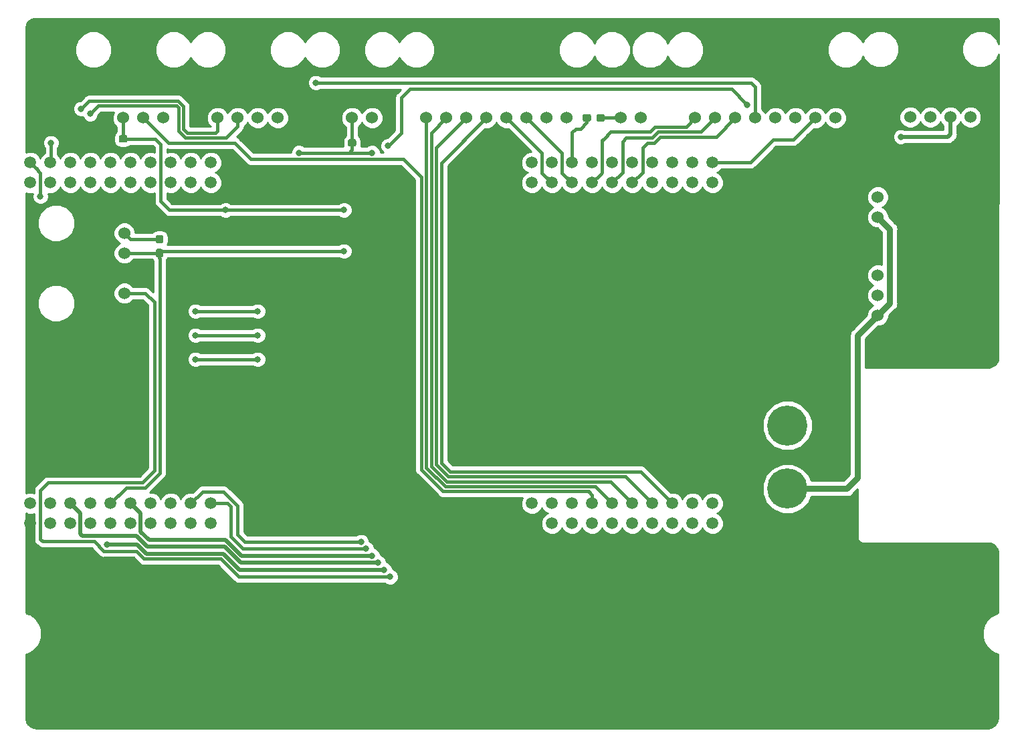
<source format=gbr>
G04 #@! TF.GenerationSoftware,KiCad,Pcbnew,(5.0.0)*
G04 #@! TF.CreationDate,2018-12-16T13:52:50-06:00*
G04 #@! TF.ProjectId,SRASensorBoard_Hardware,53524153656E736F72426F6172645F48,rev?*
G04 #@! TF.SameCoordinates,Original*
G04 #@! TF.FileFunction,Copper,L2,Bot,Signal*
G04 #@! TF.FilePolarity,Positive*
%FSLAX46Y46*%
G04 Gerber Fmt 4.6, Leading zero omitted, Abs format (unit mm)*
G04 Created by KiCad (PCBNEW (5.0.0)) date 12/16/18 13:52:50*
%MOMM*%
%LPD*%
G01*
G04 APERTURE LIST*
G04 #@! TA.AperFunction,ComponentPad*
%ADD10C,5.080000*%
G04 #@! TD*
G04 #@! TA.AperFunction,ComponentPad*
%ADD11C,1.524000*%
G04 #@! TD*
G04 #@! TA.AperFunction,Conductor*
%ADD12C,0.100000*%
G04 #@! TD*
G04 #@! TA.AperFunction,SMDPad,CuDef*
%ADD13C,0.950000*%
G04 #@! TD*
G04 #@! TA.AperFunction,ComponentPad*
%ADD14C,1.520000*%
G04 #@! TD*
G04 #@! TA.AperFunction,ViaPad*
%ADD15C,0.800000*%
G04 #@! TD*
G04 #@! TA.AperFunction,Conductor*
%ADD16C,0.381000*%
G04 #@! TD*
G04 #@! TA.AperFunction,Conductor*
%ADD17C,0.508000*%
G04 #@! TD*
G04 #@! TA.AperFunction,Conductor*
%ADD18C,0.762000*%
G04 #@! TD*
G04 #@! TA.AperFunction,Conductor*
%ADD19C,0.254000*%
G04 #@! TD*
G04 APERTURE END LIST*
D10*
G04 #@! TO.P,Conn1,1*
G04 #@! TO.N,GND*
X183362600Y-97281000D03*
G04 #@! TO.P,Conn1,2*
G04 #@! TO.N,Net-(C1-Pad1)*
X183362600Y-105282000D03*
G04 #@! TD*
D11*
G04 #@! TO.P,Conn8,1*
G04 #@! TO.N,Bit0*
X171704000Y-58293000D03*
G04 #@! TO.P,Conn8,2*
G04 #@! TO.N,Bit1*
X174244000Y-58293000D03*
G04 #@! TO.P,Conn8,3*
G04 #@! TO.N,Bit2*
X176784000Y-58293000D03*
G04 #@! TO.P,Conn8,4*
G04 #@! TO.N,Bit3*
X179324000Y-58293000D03*
G04 #@! TO.P,Conn8,5*
G04 #@! TO.N,Bit4*
X181864000Y-58293000D03*
G04 #@! TO.P,Conn8,6*
G04 #@! TO.N,Bit5*
X184404000Y-58293000D03*
G04 #@! TO.P,Conn8,7*
G04 #@! TO.N,Bit6*
X186944000Y-58293000D03*
G04 #@! TO.P,Conn8,8*
G04 #@! TO.N,AnalogOut*
X189484000Y-58293000D03*
G04 #@! TD*
G04 #@! TO.P,Conn7,8*
G04 #@! TO.N,Bit14*
X155448000Y-58293000D03*
G04 #@! TO.P,Conn7,7*
G04 #@! TO.N,Bit13*
X152908000Y-58293000D03*
G04 #@! TO.P,Conn7,6*
G04 #@! TO.N,Bit12*
X150368000Y-58293000D03*
G04 #@! TO.P,Conn7,5*
G04 #@! TO.N,Bit11*
X147828000Y-58293000D03*
G04 #@! TO.P,Conn7,4*
G04 #@! TO.N,Bit10*
X145288000Y-58293000D03*
G04 #@! TO.P,Conn7,3*
G04 #@! TO.N,Bit9*
X142748000Y-58293000D03*
G04 #@! TO.P,Conn7,2*
G04 #@! TO.N,Bit8*
X140208000Y-58293000D03*
G04 #@! TO.P,Conn7,1*
G04 #@! TO.N,Bit7*
X137668000Y-58293000D03*
G04 #@! TD*
D12*
G04 #@! TO.N,Methane_Vout*
G04 #@! TO.C,R4*
G36*
X104146779Y-74900144D02*
X104169834Y-74903563D01*
X104192443Y-74909227D01*
X104214387Y-74917079D01*
X104235457Y-74927044D01*
X104255448Y-74939026D01*
X104274168Y-74952910D01*
X104291438Y-74968562D01*
X104307090Y-74985832D01*
X104320974Y-75004552D01*
X104332956Y-75024543D01*
X104342921Y-75045613D01*
X104350773Y-75067557D01*
X104356437Y-75090166D01*
X104359856Y-75113221D01*
X104361000Y-75136500D01*
X104361000Y-75711500D01*
X104359856Y-75734779D01*
X104356437Y-75757834D01*
X104350773Y-75780443D01*
X104342921Y-75802387D01*
X104332956Y-75823457D01*
X104320974Y-75843448D01*
X104307090Y-75862168D01*
X104291438Y-75879438D01*
X104274168Y-75895090D01*
X104255448Y-75908974D01*
X104235457Y-75920956D01*
X104214387Y-75930921D01*
X104192443Y-75938773D01*
X104169834Y-75944437D01*
X104146779Y-75947856D01*
X104123500Y-75949000D01*
X103648500Y-75949000D01*
X103625221Y-75947856D01*
X103602166Y-75944437D01*
X103579557Y-75938773D01*
X103557613Y-75930921D01*
X103536543Y-75920956D01*
X103516552Y-75908974D01*
X103497832Y-75895090D01*
X103480562Y-75879438D01*
X103464910Y-75862168D01*
X103451026Y-75843448D01*
X103439044Y-75823457D01*
X103429079Y-75802387D01*
X103421227Y-75780443D01*
X103415563Y-75757834D01*
X103412144Y-75734779D01*
X103411000Y-75711500D01*
X103411000Y-75136500D01*
X103412144Y-75113221D01*
X103415563Y-75090166D01*
X103421227Y-75067557D01*
X103429079Y-75045613D01*
X103439044Y-75024543D01*
X103451026Y-75004552D01*
X103464910Y-74985832D01*
X103480562Y-74968562D01*
X103497832Y-74952910D01*
X103516552Y-74939026D01*
X103536543Y-74927044D01*
X103557613Y-74917079D01*
X103579557Y-74909227D01*
X103602166Y-74903563D01*
X103625221Y-74900144D01*
X103648500Y-74899000D01*
X104123500Y-74899000D01*
X104146779Y-74900144D01*
X104146779Y-74900144D01*
G37*
D13*
G04 #@! TD*
G04 #@! TO.P,R4,1*
G04 #@! TO.N,Methane_Vout*
X103886000Y-75424000D03*
D12*
G04 #@! TO.N,GND*
G04 #@! TO.C,R4*
G36*
X104146779Y-73150144D02*
X104169834Y-73153563D01*
X104192443Y-73159227D01*
X104214387Y-73167079D01*
X104235457Y-73177044D01*
X104255448Y-73189026D01*
X104274168Y-73202910D01*
X104291438Y-73218562D01*
X104307090Y-73235832D01*
X104320974Y-73254552D01*
X104332956Y-73274543D01*
X104342921Y-73295613D01*
X104350773Y-73317557D01*
X104356437Y-73340166D01*
X104359856Y-73363221D01*
X104361000Y-73386500D01*
X104361000Y-73961500D01*
X104359856Y-73984779D01*
X104356437Y-74007834D01*
X104350773Y-74030443D01*
X104342921Y-74052387D01*
X104332956Y-74073457D01*
X104320974Y-74093448D01*
X104307090Y-74112168D01*
X104291438Y-74129438D01*
X104274168Y-74145090D01*
X104255448Y-74158974D01*
X104235457Y-74170956D01*
X104214387Y-74180921D01*
X104192443Y-74188773D01*
X104169834Y-74194437D01*
X104146779Y-74197856D01*
X104123500Y-74199000D01*
X103648500Y-74199000D01*
X103625221Y-74197856D01*
X103602166Y-74194437D01*
X103579557Y-74188773D01*
X103557613Y-74180921D01*
X103536543Y-74170956D01*
X103516552Y-74158974D01*
X103497832Y-74145090D01*
X103480562Y-74129438D01*
X103464910Y-74112168D01*
X103451026Y-74093448D01*
X103439044Y-74073457D01*
X103429079Y-74052387D01*
X103421227Y-74030443D01*
X103415563Y-74007834D01*
X103412144Y-73984779D01*
X103411000Y-73961500D01*
X103411000Y-73386500D01*
X103412144Y-73363221D01*
X103415563Y-73340166D01*
X103421227Y-73317557D01*
X103429079Y-73295613D01*
X103439044Y-73274543D01*
X103451026Y-73254552D01*
X103464910Y-73235832D01*
X103480562Y-73218562D01*
X103497832Y-73202910D01*
X103516552Y-73189026D01*
X103536543Y-73177044D01*
X103557613Y-73167079D01*
X103579557Y-73159227D01*
X103602166Y-73153563D01*
X103625221Y-73150144D01*
X103648500Y-73149000D01*
X104123500Y-73149000D01*
X104146779Y-73150144D01*
X104146779Y-73150144D01*
G37*
D13*
G04 #@! TD*
G04 #@! TO.P,R4,2*
G04 #@! TO.N,GND*
X103886000Y-73674000D03*
D12*
G04 #@! TO.N,Soil_Data*
G04 #@! TO.C,R2*
G36*
X99596779Y-60486144D02*
X99619834Y-60489563D01*
X99642443Y-60495227D01*
X99664387Y-60503079D01*
X99685457Y-60513044D01*
X99705448Y-60525026D01*
X99724168Y-60538910D01*
X99741438Y-60554562D01*
X99757090Y-60571832D01*
X99770974Y-60590552D01*
X99782956Y-60610543D01*
X99792921Y-60631613D01*
X99800773Y-60653557D01*
X99806437Y-60676166D01*
X99809856Y-60699221D01*
X99811000Y-60722500D01*
X99811000Y-61197500D01*
X99809856Y-61220779D01*
X99806437Y-61243834D01*
X99800773Y-61266443D01*
X99792921Y-61288387D01*
X99782956Y-61309457D01*
X99770974Y-61329448D01*
X99757090Y-61348168D01*
X99741438Y-61365438D01*
X99724168Y-61381090D01*
X99705448Y-61394974D01*
X99685457Y-61406956D01*
X99664387Y-61416921D01*
X99642443Y-61424773D01*
X99619834Y-61430437D01*
X99596779Y-61433856D01*
X99573500Y-61435000D01*
X98998500Y-61435000D01*
X98975221Y-61433856D01*
X98952166Y-61430437D01*
X98929557Y-61424773D01*
X98907613Y-61416921D01*
X98886543Y-61406956D01*
X98866552Y-61394974D01*
X98847832Y-61381090D01*
X98830562Y-61365438D01*
X98814910Y-61348168D01*
X98801026Y-61329448D01*
X98789044Y-61309457D01*
X98779079Y-61288387D01*
X98771227Y-61266443D01*
X98765563Y-61243834D01*
X98762144Y-61220779D01*
X98761000Y-61197500D01*
X98761000Y-60722500D01*
X98762144Y-60699221D01*
X98765563Y-60676166D01*
X98771227Y-60653557D01*
X98779079Y-60631613D01*
X98789044Y-60610543D01*
X98801026Y-60590552D01*
X98814910Y-60571832D01*
X98830562Y-60554562D01*
X98847832Y-60538910D01*
X98866552Y-60525026D01*
X98886543Y-60513044D01*
X98907613Y-60503079D01*
X98929557Y-60495227D01*
X98952166Y-60489563D01*
X98975221Y-60486144D01*
X98998500Y-60485000D01*
X99573500Y-60485000D01*
X99596779Y-60486144D01*
X99596779Y-60486144D01*
G37*
D13*
G04 #@! TD*
G04 #@! TO.P,R2,2*
G04 #@! TO.N,Soil_Data*
X99286000Y-60960000D03*
D12*
G04 #@! TO.N,+3V3*
G04 #@! TO.C,R2*
G36*
X97846779Y-60486144D02*
X97869834Y-60489563D01*
X97892443Y-60495227D01*
X97914387Y-60503079D01*
X97935457Y-60513044D01*
X97955448Y-60525026D01*
X97974168Y-60538910D01*
X97991438Y-60554562D01*
X98007090Y-60571832D01*
X98020974Y-60590552D01*
X98032956Y-60610543D01*
X98042921Y-60631613D01*
X98050773Y-60653557D01*
X98056437Y-60676166D01*
X98059856Y-60699221D01*
X98061000Y-60722500D01*
X98061000Y-61197500D01*
X98059856Y-61220779D01*
X98056437Y-61243834D01*
X98050773Y-61266443D01*
X98042921Y-61288387D01*
X98032956Y-61309457D01*
X98020974Y-61329448D01*
X98007090Y-61348168D01*
X97991438Y-61365438D01*
X97974168Y-61381090D01*
X97955448Y-61394974D01*
X97935457Y-61406956D01*
X97914387Y-61416921D01*
X97892443Y-61424773D01*
X97869834Y-61430437D01*
X97846779Y-61433856D01*
X97823500Y-61435000D01*
X97248500Y-61435000D01*
X97225221Y-61433856D01*
X97202166Y-61430437D01*
X97179557Y-61424773D01*
X97157613Y-61416921D01*
X97136543Y-61406956D01*
X97116552Y-61394974D01*
X97097832Y-61381090D01*
X97080562Y-61365438D01*
X97064910Y-61348168D01*
X97051026Y-61329448D01*
X97039044Y-61309457D01*
X97029079Y-61288387D01*
X97021227Y-61266443D01*
X97015563Y-61243834D01*
X97012144Y-61220779D01*
X97011000Y-61197500D01*
X97011000Y-60722500D01*
X97012144Y-60699221D01*
X97015563Y-60676166D01*
X97021227Y-60653557D01*
X97029079Y-60631613D01*
X97039044Y-60610543D01*
X97051026Y-60590552D01*
X97064910Y-60571832D01*
X97080562Y-60554562D01*
X97097832Y-60538910D01*
X97116552Y-60525026D01*
X97136543Y-60513044D01*
X97157613Y-60503079D01*
X97179557Y-60495227D01*
X97202166Y-60489563D01*
X97225221Y-60486144D01*
X97248500Y-60485000D01*
X97823500Y-60485000D01*
X97846779Y-60486144D01*
X97846779Y-60486144D01*
G37*
D13*
G04 #@! TD*
G04 #@! TO.P,R2,1*
G04 #@! TO.N,+3V3*
X97536000Y-60960000D03*
D11*
G04 #@! TO.P,Conn2,1*
G04 #@! TO.N,+3V3*
X96774000Y-58293000D03*
G04 #@! TO.P,Conn2,2*
G04 #@! TO.N,Soil_Data*
X99314000Y-58293000D03*
G04 #@! TO.P,Conn2,3*
G04 #@! TO.N,Soil_Sck*
X101854000Y-58293000D03*
G04 #@! TO.P,Conn2,4*
G04 #@! TO.N,GND*
X104394000Y-58293000D03*
G04 #@! TD*
G04 #@! TO.P,Conn3,1*
G04 #@! TO.N,+3V3*
X125730000Y-58293000D03*
G04 #@! TO.P,Conn3,2*
G04 #@! TO.N,Atm_Dout*
X128270000Y-58293000D03*
G04 #@! TO.P,Conn3,3*
G04 #@! TO.N,GND*
X130810000Y-58293000D03*
G04 #@! TD*
G04 #@! TO.P,Conn4,4*
G04 #@! TO.N,GND*
X99441000Y-72898000D03*
G04 #@! TO.P,Conn4,3*
G04 #@! TO.N,Methane_Vout*
X99441000Y-75438000D03*
G04 #@! TO.P,Conn4,2*
G04 #@! TO.N,+3V3*
X99441000Y-77978000D03*
G04 #@! TO.P,Conn4,1*
G04 #@! TO.N,+5V*
X99441000Y-80518000D03*
G04 #@! TD*
G04 #@! TO.P,Conn5,1*
G04 #@! TO.N,+3V3*
X196392800Y-58216800D03*
G04 #@! TO.P,Conn5,2*
G04 #@! TO.N,Master_CLOCK*
X198932800Y-58216800D03*
G04 #@! TO.P,Conn5,3*
G04 #@! TO.N,ICG*
X201472800Y-58216800D03*
G04 #@! TO.P,Conn5,4*
G04 #@! TO.N,Shift_Gate*
X204012800Y-58216800D03*
G04 #@! TO.P,Conn5,5*
G04 #@! TO.N,GND*
X206552800Y-58216800D03*
G04 #@! TD*
G04 #@! TO.P,Conn6,1*
G04 #@! TO.N,Net-(Conn6-Pad1)*
X162306000Y-58293000D03*
G04 #@! TO.P,Conn6,2*
G04 #@! TO.N,GND*
X164846000Y-58293000D03*
G04 #@! TD*
D12*
G04 #@! TO.N,+3V3*
G04 #@! TO.C,R3*
G36*
X126830779Y-60994144D02*
X126853834Y-60997563D01*
X126876443Y-61003227D01*
X126898387Y-61011079D01*
X126919457Y-61021044D01*
X126939448Y-61033026D01*
X126958168Y-61046910D01*
X126975438Y-61062562D01*
X126991090Y-61079832D01*
X127004974Y-61098552D01*
X127016956Y-61118543D01*
X127026921Y-61139613D01*
X127034773Y-61161557D01*
X127040437Y-61184166D01*
X127043856Y-61207221D01*
X127045000Y-61230500D01*
X127045000Y-61705500D01*
X127043856Y-61728779D01*
X127040437Y-61751834D01*
X127034773Y-61774443D01*
X127026921Y-61796387D01*
X127016956Y-61817457D01*
X127004974Y-61837448D01*
X126991090Y-61856168D01*
X126975438Y-61873438D01*
X126958168Y-61889090D01*
X126939448Y-61902974D01*
X126919457Y-61914956D01*
X126898387Y-61924921D01*
X126876443Y-61932773D01*
X126853834Y-61938437D01*
X126830779Y-61941856D01*
X126807500Y-61943000D01*
X126232500Y-61943000D01*
X126209221Y-61941856D01*
X126186166Y-61938437D01*
X126163557Y-61932773D01*
X126141613Y-61924921D01*
X126120543Y-61914956D01*
X126100552Y-61902974D01*
X126081832Y-61889090D01*
X126064562Y-61873438D01*
X126048910Y-61856168D01*
X126035026Y-61837448D01*
X126023044Y-61817457D01*
X126013079Y-61796387D01*
X126005227Y-61774443D01*
X125999563Y-61751834D01*
X125996144Y-61728779D01*
X125995000Y-61705500D01*
X125995000Y-61230500D01*
X125996144Y-61207221D01*
X125999563Y-61184166D01*
X126005227Y-61161557D01*
X126013079Y-61139613D01*
X126023044Y-61118543D01*
X126035026Y-61098552D01*
X126048910Y-61079832D01*
X126064562Y-61062562D01*
X126081832Y-61046910D01*
X126100552Y-61033026D01*
X126120543Y-61021044D01*
X126141613Y-61011079D01*
X126163557Y-61003227D01*
X126186166Y-60997563D01*
X126209221Y-60994144D01*
X126232500Y-60993000D01*
X126807500Y-60993000D01*
X126830779Y-60994144D01*
X126830779Y-60994144D01*
G37*
D13*
G04 #@! TD*
G04 #@! TO.P,R3,1*
G04 #@! TO.N,+3V3*
X126520000Y-61468000D03*
D12*
G04 #@! TO.N,Atm_Dout*
G04 #@! TO.C,R3*
G36*
X128580779Y-60994144D02*
X128603834Y-60997563D01*
X128626443Y-61003227D01*
X128648387Y-61011079D01*
X128669457Y-61021044D01*
X128689448Y-61033026D01*
X128708168Y-61046910D01*
X128725438Y-61062562D01*
X128741090Y-61079832D01*
X128754974Y-61098552D01*
X128766956Y-61118543D01*
X128776921Y-61139613D01*
X128784773Y-61161557D01*
X128790437Y-61184166D01*
X128793856Y-61207221D01*
X128795000Y-61230500D01*
X128795000Y-61705500D01*
X128793856Y-61728779D01*
X128790437Y-61751834D01*
X128784773Y-61774443D01*
X128776921Y-61796387D01*
X128766956Y-61817457D01*
X128754974Y-61837448D01*
X128741090Y-61856168D01*
X128725438Y-61873438D01*
X128708168Y-61889090D01*
X128689448Y-61902974D01*
X128669457Y-61914956D01*
X128648387Y-61924921D01*
X128626443Y-61932773D01*
X128603834Y-61938437D01*
X128580779Y-61941856D01*
X128557500Y-61943000D01*
X127982500Y-61943000D01*
X127959221Y-61941856D01*
X127936166Y-61938437D01*
X127913557Y-61932773D01*
X127891613Y-61924921D01*
X127870543Y-61914956D01*
X127850552Y-61902974D01*
X127831832Y-61889090D01*
X127814562Y-61873438D01*
X127798910Y-61856168D01*
X127785026Y-61837448D01*
X127773044Y-61817457D01*
X127763079Y-61796387D01*
X127755227Y-61774443D01*
X127749563Y-61751834D01*
X127746144Y-61728779D01*
X127745000Y-61705500D01*
X127745000Y-61230500D01*
X127746144Y-61207221D01*
X127749563Y-61184166D01*
X127755227Y-61161557D01*
X127763079Y-61139613D01*
X127773044Y-61118543D01*
X127785026Y-61098552D01*
X127798910Y-61079832D01*
X127814562Y-61062562D01*
X127831832Y-61046910D01*
X127850552Y-61033026D01*
X127870543Y-61021044D01*
X127891613Y-61011079D01*
X127913557Y-61003227D01*
X127936166Y-60997563D01*
X127959221Y-60994144D01*
X127982500Y-60993000D01*
X128557500Y-60993000D01*
X128580779Y-60994144D01*
X128580779Y-60994144D01*
G37*
D13*
G04 #@! TD*
G04 #@! TO.P,R3,2*
G04 #@! TO.N,Atm_Dout*
X128270000Y-61468000D03*
D14*
G04 #@! TO.P,U1,+3V3*
G04 #@! TO.N,+3V3*
X151049001Y-109685001D03*
G04 #@! TO.P,U1,PM6*
G04 #@! TO.N,Bit6*
X173909001Y-63965001D03*
G04 #@! TO.P,U1,PQ1*
G04 #@! TO.N,Net-(U1-PadPQ1)*
X171369001Y-63965001D03*
G04 #@! TO.P,U1,PQ2*
G04 #@! TO.N,Net-(U1-PadPQ2)*
X163749001Y-63965001D03*
G04 #@! TO.P,U1,PK0*
G04 #@! TO.N,Bit7*
X161209001Y-107145001D03*
G04 #@! TO.P,U1,PQ3*
G04 #@! TO.N,Net-(U1-PadPQ3)*
X166289001Y-63965001D03*
G04 #@! TO.P,U1,PP3*
G04 #@! TO.N,Net-(U1-PadPP3)*
X168829001Y-63965001D03*
G04 #@! TO.P,U1,PQ0*
G04 #@! TO.N,Net-(U1-PadPQ0)*
X166289001Y-109685001D03*
G04 #@! TO.P,U1,PA4*
G04 #@! TO.N,Net-(U1-PadPA4)*
X171369001Y-107145001D03*
G04 #@! TO.P,U1,Rese*
G04 #@! TO.N,Net-(U1-PadRese)*
X161209001Y-63965001D03*
G04 #@! TO.P,U1,PA7*
G04 #@! TO.N,Net-(U1-PadPA7)*
X158669001Y-63965001D03*
G04 #@! TO.P,U1,PN5*
G04 #@! TO.N,SW_Flag1*
X171369001Y-109685001D03*
G04 #@! TO.P,U1,PK2*
G04 #@! TO.N,Bit9*
X166289001Y-107145001D03*
G04 #@! TO.P,U1,PK1*
G04 #@! TO.N,Bit8*
X163749001Y-107145001D03*
G04 #@! TO.P,U1,+5V*
G04 #@! TO.N,Net-(U1-Pad+5V)*
X151049001Y-107145001D03*
G04 #@! TO.P,U1,GND*
G04 #@! TO.N,GND*
X153589001Y-107145001D03*
G04 #@! TO.P,U1,PB4*
G04 #@! TO.N,Net-(U1-PadPB4)*
X156129001Y-107145001D03*
G04 #@! TO.P,U1,PB5*
G04 #@! TO.N,Soil_Sck*
X158669001Y-107145001D03*
G04 #@! TO.P,U1,PK3*
G04 #@! TO.N,Bit10*
X168829001Y-107145001D03*
G04 #@! TO.P,U1,PA5*
G04 #@! TO.N,Net-(U1-PadPA5)*
X173909001Y-107145001D03*
G04 #@! TO.P,U1,PD2*
G04 #@! TO.N,Net-(U1-PadPD2)*
X153589001Y-109685001D03*
G04 #@! TO.P,U1,PP0*
G04 #@! TO.N,Net-(U1-PadPP0)*
X156129001Y-109685001D03*
G04 #@! TO.P,U1,PP1*
G04 #@! TO.N,Net-(U1-PadPP1)*
X158669001Y-109685001D03*
G04 #@! TO.P,U1,PD4*
G04 #@! TO.N,Net-(U1-PadPD4)*
X161209001Y-109685001D03*
G04 #@! TO.P,U1,PD5*
G04 #@! TO.N,Net-(U1-PadPD5)*
X163749001Y-109685001D03*
G04 #@! TO.P,U1,PP4*
G04 #@! TO.N,SW_Flag2*
X168829001Y-109685001D03*
G04 #@! TO.P,U1,PN4*
G04 #@! TO.N,SW_ERROR*
X173909001Y-109685001D03*
G04 #@! TO.P,U1,PG1*
G04 #@! TO.N,Net-(U1-PadPG1)*
X151049001Y-66505001D03*
G04 #@! TO.P,U1,PK4*
G04 #@! TO.N,Bit11*
X153589001Y-66505001D03*
G04 #@! TO.P,U1,PK5*
G04 #@! TO.N,Bit12*
X156129001Y-66505001D03*
G04 #@! TO.P,U1,PM0*
G04 #@! TO.N,Bit0*
X158669001Y-66505001D03*
G04 #@! TO.P,U1,PM1*
G04 #@! TO.N,Bit1*
X161209001Y-66505001D03*
G04 #@! TO.P,U1,PM2*
G04 #@! TO.N,Bit2*
X163749001Y-66505001D03*
G04 #@! TO.P,U1,PH0*
G04 #@! TO.N,Net-(U1-PadPH0)*
X166289001Y-66505001D03*
G04 #@! TO.P,U1,PH1*
G04 #@! TO.N,Net-(U1-PadPH1)*
X168829001Y-66505001D03*
G04 #@! TO.P,U1,PK6*
G04 #@! TO.N,Bit13*
X171369001Y-66505001D03*
G04 #@! TO.P,U1,PK7*
G04 #@! TO.N,Bit14*
X173909001Y-66505001D03*
G04 #@! TO.P,U1,GND*
G04 #@! TO.N,GND*
X151049001Y-63965001D03*
G04 #@! TO.P,U1,PM7*
G04 #@! TO.N,Net-(U1-PadPM7)*
X153589001Y-63965001D03*
G04 #@! TO.P,U1,PP5*
G04 #@! TO.N,UV_TOGGLE*
X156129001Y-63965001D03*
G04 #@! TO.P,U1,+5V*
G04 #@! TO.N,Net-(U1-Pad+5V)*
X87549001Y-107145001D03*
G04 #@! TO.P,U1,GND*
G04 #@! TO.N,GND*
X90089001Y-107145001D03*
G04 #@! TO.P,U1,PE0*
G04 #@! TO.N,Master_CLOCK*
X92629001Y-107145001D03*
G04 #@! TO.P,U1,PE1*
G04 #@! TO.N,ICG*
X95169001Y-107145001D03*
G04 #@! TO.P,U1,PE2*
G04 #@! TO.N,Methane_Vout*
X97709001Y-107145001D03*
G04 #@! TO.P,U1,PE3*
G04 #@! TO.N,Shift_Gate*
X100249001Y-107145001D03*
G04 #@! TO.P,U1,PD7*
G04 #@! TO.N,Net-(U1-PadPD7)*
X102789001Y-107145001D03*
G04 #@! TO.P,U1,PA6*
G04 #@! TO.N,Net-(U1-PadPA6)*
X105329001Y-107145001D03*
G04 #@! TO.P,U1,PM4*
G04 #@! TO.N,Bit4*
X107869001Y-107145001D03*
G04 #@! TO.P,U1,PM5*
G04 #@! TO.N,Bit5*
X110409001Y-107145001D03*
G04 #@! TO.P,U1,+3V3*
G04 #@! TO.N,+3V3*
X87549001Y-109685001D03*
G04 #@! TO.P,U1,PE4*
G04 #@! TO.N,Net-(U1-PadPE4)*
X90089001Y-109685001D03*
G04 #@! TO.P,U1,PC4*
G04 #@! TO.N,Net-(U1-PadPC4)*
X92629001Y-109685001D03*
G04 #@! TO.P,U1,PC5*
G04 #@! TO.N,Net-(U1-PadPC5)*
X95169001Y-109685001D03*
G04 #@! TO.P,U1,PC6*
G04 #@! TO.N,Net-(U1-PadPC6)*
X97709001Y-109685001D03*
G04 #@! TO.P,U1,PE5*
G04 #@! TO.N,Soil_Data*
X100249001Y-109685001D03*
G04 #@! TO.P,U1,PD3*
G04 #@! TO.N,Net-(U1-PadPD3)*
X102789001Y-109685001D03*
G04 #@! TO.P,U1,PC7*
G04 #@! TO.N,Net-(U1-PadPC7)*
X105329001Y-109685001D03*
G04 #@! TO.P,U1,PB2*
G04 #@! TO.N,Net-(U1-PadPB2)*
X107869001Y-109685001D03*
G04 #@! TO.P,U1,PB3*
G04 #@! TO.N,Net-(U1-PadPB3)*
X110409001Y-109685001D03*
G04 #@! TO.P,U1,PF1*
G04 #@! TO.N,SDATA*
X87549001Y-66505001D03*
G04 #@! TO.P,U1,PF2*
G04 #@! TO.N,SCLK*
X90089001Y-66505001D03*
G04 #@! TO.P,U1,PF3*
G04 #@! TO.N,CS*
X92629001Y-66505001D03*
G04 #@! TO.P,U1,PG0*
G04 #@! TO.N,Net-(U1-PadPG0)*
X95169001Y-66505001D03*
G04 #@! TO.P,U1,PL4*
G04 #@! TO.N,Net-(U1-PadPL4)*
X97709001Y-66505001D03*
G04 #@! TO.P,U1,PL5*
G04 #@! TO.N,Net-(U1-PadPL5)*
X100249001Y-66505001D03*
G04 #@! TO.P,U1,PL0*
G04 #@! TO.N,Net-(U1-PadPL0)*
X102789001Y-66505001D03*
G04 #@! TO.P,U1,PL1*
G04 #@! TO.N,Net-(U1-PadPL1)*
X105329001Y-66505001D03*
G04 #@! TO.P,U1,PL2*
G04 #@! TO.N,Net-(U1-PadPL2)*
X107869001Y-66505001D03*
G04 #@! TO.P,U1,PL3*
G04 #@! TO.N,Net-(U1-PadPL3)*
X110409001Y-66505001D03*
G04 #@! TO.P,U1,GND*
G04 #@! TO.N,GND*
X87549001Y-63965001D03*
G04 #@! TO.P,U1,PM3*
G04 #@! TO.N,Bit3*
X90089001Y-63965001D03*
G04 #@! TO.P,U1,PH2*
G04 #@! TO.N,Net-(U1-PadPH2)*
X92629001Y-63965001D03*
G04 #@! TO.P,U1,PH3*
G04 #@! TO.N,Net-(U1-PadPH3)*
X95169001Y-63965001D03*
G04 #@! TO.P,U1,Rese*
G04 #@! TO.N,Net-(U1-PadRese)*
X97709001Y-63965001D03*
G04 #@! TO.P,U1,PD1*
G04 #@! TO.N,AnalogOut*
X100249001Y-63965001D03*
G04 #@! TO.P,U1,PD0*
G04 #@! TO.N,Net-(U1-PadPD0)*
X102789001Y-63965001D03*
G04 #@! TO.P,U1,PN2*
G04 #@! TO.N,Atm_Dout*
X105329001Y-63965001D03*
G04 #@! TO.P,U1,PN3*
G04 #@! TO.N,Net-(U1-PadPN3)*
X107869001Y-63965001D03*
G04 #@! TO.P,U1,PP2*
G04 #@! TO.N,Net-(U1-PadPP2)*
X110409001Y-63965001D03*
G04 #@! TD*
D11*
G04 #@! TO.P,Conn9,1*
G04 #@! TO.N,SDATA*
X111252000Y-58293000D03*
G04 #@! TO.P,Conn9,2*
G04 #@! TO.N,SCLK*
X113792000Y-58293000D03*
G04 #@! TO.P,Conn9,3*
G04 #@! TO.N,CS*
X116332000Y-58293000D03*
G04 #@! TO.P,Conn9,4*
G04 #@! TO.N,GND*
X118872000Y-58293000D03*
G04 #@! TD*
D12*
G04 #@! TO.N,UV_TOGGLE*
G04 #@! TO.C,R13*
G36*
X158298779Y-57819144D02*
X158321834Y-57822563D01*
X158344443Y-57828227D01*
X158366387Y-57836079D01*
X158387457Y-57846044D01*
X158407448Y-57858026D01*
X158426168Y-57871910D01*
X158443438Y-57887562D01*
X158459090Y-57904832D01*
X158472974Y-57923552D01*
X158484956Y-57943543D01*
X158494921Y-57964613D01*
X158502773Y-57986557D01*
X158508437Y-58009166D01*
X158511856Y-58032221D01*
X158513000Y-58055500D01*
X158513000Y-58530500D01*
X158511856Y-58553779D01*
X158508437Y-58576834D01*
X158502773Y-58599443D01*
X158494921Y-58621387D01*
X158484956Y-58642457D01*
X158472974Y-58662448D01*
X158459090Y-58681168D01*
X158443438Y-58698438D01*
X158426168Y-58714090D01*
X158407448Y-58727974D01*
X158387457Y-58739956D01*
X158366387Y-58749921D01*
X158344443Y-58757773D01*
X158321834Y-58763437D01*
X158298779Y-58766856D01*
X158275500Y-58768000D01*
X157700500Y-58768000D01*
X157677221Y-58766856D01*
X157654166Y-58763437D01*
X157631557Y-58757773D01*
X157609613Y-58749921D01*
X157588543Y-58739956D01*
X157568552Y-58727974D01*
X157549832Y-58714090D01*
X157532562Y-58698438D01*
X157516910Y-58681168D01*
X157503026Y-58662448D01*
X157491044Y-58642457D01*
X157481079Y-58621387D01*
X157473227Y-58599443D01*
X157467563Y-58576834D01*
X157464144Y-58553779D01*
X157463000Y-58530500D01*
X157463000Y-58055500D01*
X157464144Y-58032221D01*
X157467563Y-58009166D01*
X157473227Y-57986557D01*
X157481079Y-57964613D01*
X157491044Y-57943543D01*
X157503026Y-57923552D01*
X157516910Y-57904832D01*
X157532562Y-57887562D01*
X157549832Y-57871910D01*
X157568552Y-57858026D01*
X157588543Y-57846044D01*
X157609613Y-57836079D01*
X157631557Y-57828227D01*
X157654166Y-57822563D01*
X157677221Y-57819144D01*
X157700500Y-57818000D01*
X158275500Y-57818000D01*
X158298779Y-57819144D01*
X158298779Y-57819144D01*
G37*
D13*
G04 #@! TD*
G04 #@! TO.P,R13,1*
G04 #@! TO.N,UV_TOGGLE*
X157988000Y-58293000D03*
D12*
G04 #@! TO.N,Net-(Conn6-Pad1)*
G04 #@! TO.C,R13*
G36*
X160048779Y-57819144D02*
X160071834Y-57822563D01*
X160094443Y-57828227D01*
X160116387Y-57836079D01*
X160137457Y-57846044D01*
X160157448Y-57858026D01*
X160176168Y-57871910D01*
X160193438Y-57887562D01*
X160209090Y-57904832D01*
X160222974Y-57923552D01*
X160234956Y-57943543D01*
X160244921Y-57964613D01*
X160252773Y-57986557D01*
X160258437Y-58009166D01*
X160261856Y-58032221D01*
X160263000Y-58055500D01*
X160263000Y-58530500D01*
X160261856Y-58553779D01*
X160258437Y-58576834D01*
X160252773Y-58599443D01*
X160244921Y-58621387D01*
X160234956Y-58642457D01*
X160222974Y-58662448D01*
X160209090Y-58681168D01*
X160193438Y-58698438D01*
X160176168Y-58714090D01*
X160157448Y-58727974D01*
X160137457Y-58739956D01*
X160116387Y-58749921D01*
X160094443Y-58757773D01*
X160071834Y-58763437D01*
X160048779Y-58766856D01*
X160025500Y-58768000D01*
X159450500Y-58768000D01*
X159427221Y-58766856D01*
X159404166Y-58763437D01*
X159381557Y-58757773D01*
X159359613Y-58749921D01*
X159338543Y-58739956D01*
X159318552Y-58727974D01*
X159299832Y-58714090D01*
X159282562Y-58698438D01*
X159266910Y-58681168D01*
X159253026Y-58662448D01*
X159241044Y-58642457D01*
X159231079Y-58621387D01*
X159223227Y-58599443D01*
X159217563Y-58576834D01*
X159214144Y-58553779D01*
X159213000Y-58530500D01*
X159213000Y-58055500D01*
X159214144Y-58032221D01*
X159217563Y-58009166D01*
X159223227Y-57986557D01*
X159231079Y-57964613D01*
X159241044Y-57943543D01*
X159253026Y-57923552D01*
X159266910Y-57904832D01*
X159282562Y-57887562D01*
X159299832Y-57871910D01*
X159318552Y-57858026D01*
X159338543Y-57846044D01*
X159359613Y-57836079D01*
X159381557Y-57828227D01*
X159404166Y-57822563D01*
X159427221Y-57819144D01*
X159450500Y-57818000D01*
X160025500Y-57818000D01*
X160048779Y-57819144D01*
X160048779Y-57819144D01*
G37*
D13*
G04 #@! TD*
G04 #@! TO.P,R13,2*
G04 #@! TO.N,Net-(Conn6-Pad1)*
X159738000Y-58293000D03*
D11*
G04 #@! TO.P,U3,1*
G04 #@! TO.N,Net-(C1-Pad1)*
X194818000Y-70866000D03*
G04 #@! TO.P,U3,2*
G04 #@! TO.N,GND*
X194818000Y-68326000D03*
G04 #@! TO.P,U3,3*
G04 #@! TO.N,+3V3*
X194818000Y-65786000D03*
G04 #@! TD*
G04 #@! TO.P,U2,1*
G04 #@! TO.N,Net-(C1-Pad1)*
X194818000Y-83312000D03*
G04 #@! TO.P,U2,2*
G04 #@! TO.N,GND*
X194818000Y-80772000D03*
G04 #@! TO.P,U2,3*
G04 #@! TO.N,+5V*
X194818000Y-78232000D03*
G04 #@! TD*
D15*
G04 #@! TO.N,GND*
X88823800Y-68249800D03*
X108458000Y-85852000D03*
X108458000Y-88900000D03*
X116332000Y-88900000D03*
X116332000Y-85852000D03*
X108458000Y-82804000D03*
X116332000Y-82804000D03*
G04 #@! TO.N,+5V*
X133096000Y-116459000D03*
G04 #@! TO.N,+3V3*
X182484795Y-76595205D03*
G04 #@! TO.N,Soil_Data*
X112268000Y-69977000D03*
X127254000Y-69977000D03*
G04 #@! TO.N,Atm_Dout*
X121539000Y-62709500D03*
X130810000Y-62709500D03*
G04 #@! TO.N,Methane_Vout*
X127254000Y-75184000D03*
G04 #@! TO.N,Master_CLOCK*
X131572000Y-114681000D03*
G04 #@! TO.N,ICG*
X132334000Y-115570000D03*
X97282000Y-112395000D03*
G04 #@! TO.N,Shift_Gate*
X197739000Y-60706000D03*
X130810000Y-113792000D03*
G04 #@! TO.N,SDATA*
X93980000Y-57150000D03*
G04 #@! TO.N,SCLK*
X95123000Y-57785000D03*
G04 #@! TO.N,Bit3*
X90170000Y-61468000D03*
X123698000Y-53848000D03*
G04 #@! TO.N,Bit4*
X129413000Y-112014000D03*
G04 #@! TO.N,Bit5*
X130048000Y-112903000D03*
G04 #@! TO.N,AnalogOut*
X132842000Y-61849000D03*
X178308000Y-56642000D03*
G04 #@! TD*
D16*
G04 #@! TO.N,GND*
X103311000Y-73674000D02*
X103297000Y-73660000D01*
X103886000Y-73674000D02*
X103311000Y-73674000D01*
X100202999Y-73659999D02*
X99441000Y-72898000D01*
X103297000Y-73660000D02*
X100202999Y-73659999D01*
X88309000Y-64725000D02*
X88347000Y-64725000D01*
X87549001Y-63965001D02*
X88309000Y-64725000D01*
X88309000Y-64725000D02*
X88309000Y-64737800D01*
X88309000Y-64737800D02*
X88823800Y-65252600D01*
X88823800Y-65252600D02*
X88823800Y-66395600D01*
X88823800Y-66395600D02*
X88823800Y-68249800D01*
X108458000Y-88900000D02*
X116332000Y-88900000D01*
X108458000Y-85852000D02*
X116332000Y-85852000D01*
X108458000Y-82804000D02*
X116332000Y-82804000D01*
G04 #@! TO.N,+5V*
X99695000Y-80772000D02*
X99441000Y-80518000D01*
X88823800Y-105841800D02*
X88823800Y-105791000D01*
X89789000Y-104521000D02*
X99314000Y-104521000D01*
X88823800Y-105841800D02*
X88823800Y-105486200D01*
X88823800Y-105486200D02*
X89789000Y-104521000D01*
X99314000Y-104521000D02*
X101727000Y-104521000D01*
X103251000Y-81661000D02*
X103251000Y-102997000D01*
X102108000Y-80518000D02*
X103251000Y-81661000D01*
X103251000Y-102997000D02*
X103124000Y-103124000D01*
X101727000Y-104521000D02*
X103124000Y-103124000D01*
X99441000Y-80518000D02*
X102108000Y-80518000D01*
X113919000Y-116459000D02*
X133096000Y-116459000D01*
X88823800Y-105841800D02*
X88823800Y-111683800D01*
X111642510Y-114182510D02*
X113919000Y-116459000D01*
X111642510Y-114182510D02*
X101939710Y-114182510D01*
X100942701Y-113185501D02*
X96827901Y-113185501D01*
X101939710Y-114182510D02*
X100942701Y-113185501D01*
X96827901Y-113185501D02*
X95605600Y-111963200D01*
X89103200Y-111963200D02*
X88900000Y-111760000D01*
X88823800Y-111683800D02*
X88900000Y-111760000D01*
X95605600Y-111963200D02*
X89103200Y-111963200D01*
G04 #@! TO.N,Soil_Data*
X99286000Y-58321000D02*
X99314000Y-58293000D01*
X99286000Y-60960000D02*
X99286000Y-58321000D01*
X105156000Y-69977000D02*
X127254000Y-69977000D01*
X104063800Y-61645800D02*
X104063800Y-68884800D01*
X104063800Y-68884800D02*
X105156000Y-69977000D01*
X99286000Y-60960000D02*
X103378000Y-60960000D01*
X103378000Y-60960000D02*
X104063800Y-61645800D01*
G04 #@! TO.N,Soil_Sck*
X137033000Y-102870000D02*
X137033000Y-65786000D01*
X158669001Y-106070199D02*
X158262802Y-105664000D01*
X158188010Y-105610010D02*
X139773010Y-105610010D01*
X158262802Y-105664000D02*
X158242000Y-105664000D01*
X158242000Y-105664000D02*
X158188010Y-105610010D01*
X158669001Y-107145001D02*
X158669001Y-106070199D01*
X139773010Y-105610010D02*
X137033000Y-102870000D01*
X113411000Y-61468000D02*
X105029000Y-61468000D01*
X115443000Y-63500000D02*
X113411000Y-61468000D01*
X105029000Y-61468000D02*
X101854000Y-58293000D01*
X137033000Y-65786000D02*
X134747000Y-63500000D01*
X134747000Y-63500000D02*
X115443000Y-63500000D01*
G04 #@! TO.N,Atm_Dout*
X128270000Y-58293000D02*
X128270000Y-61468000D01*
X128270000Y-61468000D02*
X128270000Y-62357000D01*
X128270000Y-62357000D02*
X127917500Y-62709500D01*
X127917500Y-62709500D02*
X121539000Y-62709500D01*
X130810000Y-62709500D02*
X127917500Y-62709500D01*
G04 #@! TO.N,Methane_Vout*
X99455000Y-75424000D02*
X99441000Y-75438000D01*
X103886000Y-75424000D02*
X99455000Y-75424000D01*
X104126000Y-75184000D02*
X103886000Y-75424000D01*
X127254000Y-75184000D02*
X104126000Y-75184000D01*
X103939502Y-103324498D02*
X102108000Y-105156000D01*
X103939502Y-76102502D02*
X103939502Y-103324498D01*
X103886000Y-76049000D02*
X103886000Y-75424000D01*
X103939502Y-76102502D02*
X103886000Y-76049000D01*
X99698002Y-105156000D02*
X97709001Y-107145001D01*
X102108000Y-105156000D02*
X99698002Y-105156000D01*
D17*
G04 #@! TO.N,Master_CLOCK*
X93903800Y-108419800D02*
X92629001Y-107145001D01*
X93903800Y-111023400D02*
X93903800Y-108419800D01*
X114173000Y-114681000D02*
X112141000Y-112649000D01*
X112141000Y-112649000D02*
X102362000Y-112649000D01*
X102362000Y-112649000D02*
X100965000Y-111252000D01*
X100965000Y-111252000D02*
X94132400Y-111252000D01*
X94132400Y-111252000D02*
X93903800Y-111023400D01*
X114173000Y-114681000D02*
X131572000Y-114681000D01*
G04 #@! TO.N,ICG*
X114046000Y-115570000D02*
X112014000Y-113538000D01*
X112014000Y-113538000D02*
X102235000Y-113538000D01*
X114046000Y-115570000D02*
X132334000Y-115570000D01*
X101092000Y-112395000D02*
X97282000Y-112395000D01*
X102235000Y-113538000D02*
X101092000Y-112395000D01*
G04 #@! TO.N,Shift_Gate*
X203708000Y-60706000D02*
X197739000Y-60706000D01*
X204012800Y-58216800D02*
X204012800Y-60401200D01*
X204012800Y-60401200D02*
X203708000Y-60706000D01*
X101523800Y-108419800D02*
X100249001Y-107145001D01*
X112253276Y-111760000D02*
X102565200Y-111760000D01*
X101523800Y-110718600D02*
X101523800Y-108419800D01*
X130810000Y-113792000D02*
X114285276Y-113792000D01*
X102565200Y-111760000D02*
X101523800Y-110718600D01*
X114285276Y-113792000D02*
X112253276Y-111760000D01*
D16*
G04 #@! TO.N,SDATA*
X106231672Y-56134000D02*
X95758000Y-56134000D01*
X111252000Y-58293000D02*
X111252000Y-59944000D01*
X110998000Y-60198000D02*
X107442000Y-60198000D01*
X111252000Y-59944000D02*
X110998000Y-60198000D01*
X106934000Y-59690000D02*
X106934000Y-56836328D01*
X107442000Y-60198000D02*
X106934000Y-59690000D01*
X106934000Y-56836328D02*
X106231672Y-56134000D01*
X95758000Y-56134000D02*
X95123000Y-56134000D01*
X95123000Y-56134000D02*
X94996000Y-56134000D01*
X94996000Y-56134000D02*
X93980000Y-57150000D01*
G04 #@! TO.N,SCLK*
X96139000Y-56769000D02*
X95123000Y-57785000D01*
X106045000Y-56769000D02*
X96139000Y-56769000D01*
X106299000Y-57023000D02*
X106045000Y-56769000D01*
X113792000Y-59370630D02*
X112329630Y-60833000D01*
X106299000Y-59944000D02*
X106299000Y-57023000D01*
X107188000Y-60833000D02*
X106299000Y-59944000D01*
X113792000Y-58293000D02*
X113792000Y-59370630D01*
X112329630Y-60833000D02*
X107188000Y-60833000D01*
X95123000Y-57785000D02*
X95123000Y-57785000D01*
D18*
G04 #@! TO.N,Net-(C1-Pad1)*
X194818000Y-83312000D02*
X192278000Y-85852000D01*
X192278000Y-85852000D02*
X192278000Y-103886000D01*
X190882000Y-105282000D02*
X183362600Y-105282000D01*
X192278000Y-103886000D02*
X190882000Y-105282000D01*
X196342000Y-81788000D02*
X194818000Y-83312000D01*
X194818000Y-70866000D02*
X196342000Y-72390000D01*
X196342000Y-72390000D02*
X196342000Y-81788000D01*
D16*
G04 #@! TO.N,Bit12*
X154863800Y-62788800D02*
X150368000Y-58293000D01*
X156129001Y-66505001D02*
X156116201Y-66505001D01*
X154863800Y-65252600D02*
X154863800Y-62788800D01*
X156116201Y-66505001D02*
X154863800Y-65252600D01*
G04 #@! TO.N,Bit11*
X153589001Y-66505001D02*
X153525401Y-66505001D01*
X152323800Y-62788800D02*
X147828000Y-58293000D01*
X153589001Y-66505001D02*
X153576201Y-66505001D01*
X152323800Y-65252600D02*
X152323800Y-62788800D01*
X153576201Y-66505001D02*
X152323800Y-65252600D01*
G04 #@! TO.N,Bit10*
X164808000Y-103124000D02*
X168829001Y-107145001D01*
X140648672Y-103124000D02*
X164808000Y-103124000D01*
X139573000Y-102048328D02*
X140648672Y-103124000D01*
X145288000Y-58293000D02*
X139573000Y-64008000D01*
X139573000Y-64008000D02*
X139573000Y-102048328D01*
G04 #@! TO.N,Bit9*
X140462000Y-103759000D02*
X162903000Y-103759000D01*
X162903000Y-103759000D02*
X166289001Y-107145001D01*
X138945656Y-102242656D02*
X140462000Y-103759000D01*
X138938000Y-102242656D02*
X138945656Y-102242656D01*
X142748000Y-58293000D02*
X138938000Y-62103000D01*
X138938000Y-62103000D02*
X138938000Y-102242656D01*
G04 #@! TO.N,Bit8*
X140267672Y-104394000D02*
X160998000Y-104394000D01*
X138303000Y-102429328D02*
X140267672Y-104394000D01*
X140208000Y-58293000D02*
X138303000Y-60198000D01*
X160998000Y-104394000D02*
X163749001Y-107145001D01*
X138303000Y-60198000D02*
X138303000Y-102429328D01*
G04 #@! TO.N,Bit7*
X159093000Y-105029000D02*
X161209001Y-107145001D01*
X140081000Y-105029000D02*
X159093000Y-105029000D01*
X137668000Y-58293000D02*
X137668000Y-102616000D01*
X137668000Y-102616000D02*
X140081000Y-105029000D01*
G04 #@! TO.N,Bit0*
X170561000Y-59436000D02*
X171704000Y-58293000D01*
X161036000Y-60071000D02*
X165989000Y-60071000D01*
X158669001Y-66505001D02*
X159819502Y-65354500D01*
X166624000Y-59436000D02*
X170561000Y-59436000D01*
X165989000Y-60071000D02*
X166624000Y-59436000D01*
X159819502Y-65354500D02*
X159819502Y-65351498D01*
X159819502Y-65351498D02*
X159943800Y-65227200D01*
X159943800Y-65227200D02*
X159943800Y-61163200D01*
X159943800Y-61163200D02*
X160121600Y-60985400D01*
X160121600Y-60985400D02*
X161036000Y-60071000D01*
G04 #@! TO.N,Bit1*
X161036000Y-66678002D02*
X161209001Y-66505001D01*
X162509200Y-65204802D02*
X161209001Y-66505001D01*
X172466000Y-60071000D02*
X167005000Y-60071000D01*
X162509200Y-61315600D02*
X162509200Y-65204802D01*
X174244000Y-58293000D02*
X172466000Y-60071000D01*
X162991800Y-60833000D02*
X162509200Y-61315600D01*
X167005000Y-60071000D02*
X166243000Y-60833000D01*
X166243000Y-60833000D02*
X162991800Y-60833000D01*
G04 #@! TO.N,Bit2*
X165049200Y-65204802D02*
X163749001Y-66505001D01*
X174371000Y-60706000D02*
X167259000Y-60706000D01*
X165049200Y-62077600D02*
X165049200Y-65204802D01*
X176784000Y-58293000D02*
X174371000Y-60706000D01*
X167259000Y-60706000D02*
X166497000Y-61468000D01*
X165658800Y-61468000D02*
X165049200Y-62077600D01*
X166497000Y-61468000D02*
X165658800Y-61468000D01*
G04 #@! TO.N,Bit3*
X90170000Y-63884002D02*
X90089001Y-63965001D01*
X90170000Y-61468000D02*
X90170000Y-63884002D01*
X178816000Y-53848000D02*
X123698000Y-53848000D01*
X179324000Y-58293000D02*
X179324000Y-54356000D01*
X179324000Y-54356000D02*
X178816000Y-53848000D01*
G04 #@! TO.N,Bit4*
X128651000Y-112014000D02*
X128651000Y-112014000D01*
X109350002Y-105664000D02*
X107869001Y-107145001D01*
X112014000Y-105664000D02*
X109350002Y-105664000D01*
X113792000Y-107442000D02*
X112014000Y-105664000D01*
X113792000Y-111125000D02*
X113792000Y-107442000D01*
X129413000Y-112014000D02*
X114681000Y-112014000D01*
X114681000Y-112014000D02*
X113792000Y-111125000D01*
G04 #@! TO.N,Bit5*
X110452000Y-107188000D02*
X110409001Y-107145001D01*
X112479001Y-107145001D02*
X110409001Y-107145001D01*
X112903000Y-107569000D02*
X112479001Y-107145001D01*
X112903000Y-111379000D02*
X112903000Y-107569000D01*
X114427000Y-112903000D02*
X112903000Y-111379000D01*
X114427000Y-112903000D02*
X130048000Y-112903000D01*
G04 #@! TO.N,Bit6*
X178731999Y-63965001D02*
X178689000Y-63965001D01*
X181610000Y-61087000D02*
X178731999Y-63965001D01*
X184150000Y-61087000D02*
X181610000Y-61087000D01*
X186944000Y-58293000D02*
X184150000Y-61087000D01*
X178689000Y-63965001D02*
X173909001Y-63965001D01*
G04 #@! TO.N,Net-(Conn6-Pad1)*
X159738000Y-58293000D02*
X162306000Y-58293000D01*
G04 #@! TO.N,AnalogOut*
X132842000Y-61849000D02*
X133241999Y-61449001D01*
X133241999Y-61449001D02*
X134493000Y-60198000D01*
X134493000Y-60198000D02*
X134493000Y-55753000D01*
X134493000Y-55753000D02*
X135607500Y-54638500D01*
X178308000Y-56642000D02*
X176304500Y-54638500D01*
X176304500Y-54638500D02*
X176022000Y-54638500D01*
X135607500Y-54638500D02*
X176022000Y-54638500D01*
G04 #@! TO.N,UV_TOGGLE*
X157988000Y-58868000D02*
X157166000Y-59690000D01*
X157988000Y-58293000D02*
X157988000Y-58868000D01*
X157166000Y-59690000D02*
X156591000Y-59690000D01*
X156129001Y-60151999D02*
X156129001Y-63965001D01*
X156591000Y-59690000D02*
X156129001Y-60151999D01*
G04 #@! TD*
D19*
G04 #@! TO.N,+3V3*
G36*
X209915777Y-45754944D02*
X210010539Y-45818261D01*
X210073856Y-45913023D01*
X210109917Y-46094311D01*
X210106536Y-48927250D01*
X209823511Y-48243967D01*
X209159633Y-47580089D01*
X208292233Y-47220800D01*
X207353367Y-47220800D01*
X206485967Y-47580089D01*
X205822089Y-48243967D01*
X205462800Y-49111367D01*
X205462800Y-50050233D01*
X205822089Y-50917633D01*
X206485967Y-51581511D01*
X207353367Y-51940800D01*
X208292233Y-51940800D01*
X209159633Y-51581511D01*
X209823511Y-50917633D01*
X210104972Y-50238127D01*
X210059261Y-88544191D01*
X209999110Y-88964209D01*
X209844819Y-89303552D01*
X209601488Y-89585952D01*
X209288679Y-89788706D01*
X208908015Y-89902548D01*
X208710849Y-89917200D01*
X193294000Y-89917200D01*
X193294000Y-86272840D01*
X194857841Y-84709000D01*
X195095881Y-84709000D01*
X195609337Y-84496320D01*
X196002320Y-84103337D01*
X196215000Y-83589881D01*
X196215000Y-83351840D01*
X196989663Y-82577178D01*
X197074495Y-82520495D01*
X197299051Y-82184423D01*
X197358000Y-81888065D01*
X197377904Y-81788001D01*
X197358000Y-81687937D01*
X197358000Y-72490063D01*
X197377904Y-72389999D01*
X197319709Y-72097433D01*
X197299051Y-71993577D01*
X197074495Y-71657505D01*
X196989664Y-71600823D01*
X196215000Y-70826160D01*
X196215000Y-70588119D01*
X196002320Y-70074663D01*
X195609337Y-69681680D01*
X195402487Y-69596000D01*
X195609337Y-69510320D01*
X196002320Y-69117337D01*
X196215000Y-68603881D01*
X196215000Y-68048119D01*
X196002320Y-67534663D01*
X195609337Y-67141680D01*
X195095881Y-66929000D01*
X194540119Y-66929000D01*
X194026663Y-67141680D01*
X193633680Y-67534663D01*
X193421000Y-68048119D01*
X193421000Y-68603881D01*
X193633680Y-69117337D01*
X194026663Y-69510320D01*
X194233513Y-69596000D01*
X194026663Y-69681680D01*
X193633680Y-70074663D01*
X193421000Y-70588119D01*
X193421000Y-71143881D01*
X193633680Y-71657337D01*
X194026663Y-72050320D01*
X194540119Y-72263000D01*
X194778160Y-72263000D01*
X195326000Y-72810841D01*
X195326000Y-76930318D01*
X195095881Y-76835000D01*
X194540119Y-76835000D01*
X194026663Y-77047680D01*
X193633680Y-77440663D01*
X193421000Y-77954119D01*
X193421000Y-78509881D01*
X193633680Y-79023337D01*
X194026663Y-79416320D01*
X194233513Y-79502000D01*
X194026663Y-79587680D01*
X193633680Y-79980663D01*
X193421000Y-80494119D01*
X193421000Y-81049881D01*
X193633680Y-81563337D01*
X194026663Y-81956320D01*
X194233513Y-82042000D01*
X194026663Y-82127680D01*
X193633680Y-82520663D01*
X193421000Y-83034119D01*
X193421000Y-83272159D01*
X191630340Y-85062820D01*
X191545505Y-85119505D01*
X191320949Y-85455578D01*
X191283047Y-85646126D01*
X191242096Y-85852000D01*
X191262000Y-85952064D01*
X191262001Y-103465158D01*
X190461160Y-104266000D01*
X186378354Y-104266000D01*
X186054235Y-103483507D01*
X185161093Y-102590365D01*
X183994147Y-102107000D01*
X182731053Y-102107000D01*
X181564107Y-102590365D01*
X180670965Y-103483507D01*
X180187600Y-104650453D01*
X180187600Y-105913547D01*
X180670965Y-107080493D01*
X181564107Y-107973635D01*
X182731053Y-108457000D01*
X183994147Y-108457000D01*
X185161093Y-107973635D01*
X186054235Y-107080493D01*
X186378354Y-106298000D01*
X190781937Y-106298000D01*
X190882000Y-106317904D01*
X190982063Y-106298000D01*
X190982065Y-106298000D01*
X191278423Y-106239051D01*
X191614495Y-106014495D01*
X191671180Y-105929661D01*
X192228401Y-105372440D01*
X192228401Y-111385269D01*
X192214491Y-111455200D01*
X192269595Y-111732228D01*
X192426519Y-111967081D01*
X192661372Y-112124005D01*
X192868474Y-112165200D01*
X192868475Y-112165200D01*
X192938400Y-112179109D01*
X193008326Y-112165200D01*
X208686619Y-112165200D01*
X209106209Y-112225290D01*
X209445552Y-112379581D01*
X209727952Y-112622912D01*
X209930706Y-112935723D01*
X210044548Y-113316384D01*
X210059200Y-113513550D01*
X210059201Y-121004481D01*
X209973691Y-121030623D01*
X209881233Y-121057660D01*
X209873359Y-121061298D01*
X209351844Y-121306148D01*
X209271275Y-121359072D01*
X209190127Y-121410968D01*
X209183590Y-121416670D01*
X208751758Y-121798051D01*
X208689296Y-121871444D01*
X208625960Y-121944047D01*
X208621287Y-121951354D01*
X208313854Y-122438607D01*
X208274498Y-122526587D01*
X208234089Y-122614040D01*
X208231657Y-122622360D01*
X208231654Y-122622366D01*
X208231653Y-122622373D01*
X208073334Y-123176318D01*
X208060256Y-123271786D01*
X208046013Y-123367090D01*
X208046013Y-123375764D01*
X208049533Y-123951887D01*
X208063788Y-124047268D01*
X208076854Y-124142655D01*
X208079288Y-124150981D01*
X208244364Y-124702958D01*
X208284791Y-124790450D01*
X208324130Y-124878394D01*
X208328803Y-124885701D01*
X208642166Y-125369161D01*
X208705528Y-125441794D01*
X208767963Y-125515155D01*
X208774496Y-125520854D01*
X208774500Y-125520858D01*
X208774505Y-125520861D01*
X209210959Y-125896934D01*
X209292142Y-125948853D01*
X209372675Y-126001754D01*
X209380546Y-126005390D01*
X209380549Y-126005392D01*
X209380552Y-126005393D01*
X209905017Y-126243853D01*
X209997509Y-126270900D01*
X210055603Y-126288661D01*
X210008698Y-134262541D01*
X209948310Y-134684209D01*
X209794019Y-135023552D01*
X209550688Y-135305952D01*
X209237879Y-135508706D01*
X208857215Y-135622548D01*
X208660049Y-135637200D01*
X88340981Y-135637200D01*
X87921391Y-135577110D01*
X87582048Y-135422819D01*
X87299648Y-135179488D01*
X87096894Y-134866679D01*
X86983052Y-134486015D01*
X86968400Y-134288849D01*
X86968400Y-126289919D01*
X87053909Y-126263777D01*
X87146367Y-126236740D01*
X87154241Y-126233102D01*
X87675756Y-125988252D01*
X87756325Y-125935328D01*
X87837473Y-125883432D01*
X87844010Y-125877730D01*
X88275842Y-125496349D01*
X88338287Y-125422976D01*
X88401640Y-125350353D01*
X88406313Y-125343046D01*
X88713746Y-124855793D01*
X88753087Y-124767845D01*
X88793511Y-124680360D01*
X88795945Y-124672035D01*
X88954266Y-124118082D01*
X88967343Y-124022621D01*
X88981587Y-123927311D01*
X88981587Y-123918636D01*
X88978067Y-123342513D01*
X88963814Y-123247143D01*
X88950746Y-123151744D01*
X88948312Y-123143419D01*
X88783236Y-122591441D01*
X88742818Y-122503969D01*
X88703471Y-122416006D01*
X88698797Y-122408699D01*
X88385434Y-121925240D01*
X88322107Y-121852647D01*
X88259637Y-121779245D01*
X88253100Y-121773543D01*
X87816641Y-121397466D01*
X87735458Y-121345547D01*
X87654925Y-121292646D01*
X87647054Y-121289010D01*
X87647051Y-121289008D01*
X87647048Y-121289007D01*
X87122583Y-121050547D01*
X87030091Y-121023500D01*
X86968814Y-121004766D01*
X86977353Y-108418154D01*
X87271518Y-108540001D01*
X87826484Y-108540001D01*
X87998300Y-108468832D01*
X87998301Y-111602494D01*
X87982128Y-111683800D01*
X88039883Y-111974152D01*
X88046197Y-112005894D01*
X88228649Y-112278952D01*
X88297575Y-112325007D01*
X88461991Y-112489423D01*
X88508048Y-112558352D01*
X88781106Y-112740804D01*
X89021897Y-112788700D01*
X89021902Y-112788700D01*
X89103199Y-112804871D01*
X89184497Y-112788700D01*
X95263668Y-112788700D01*
X96186694Y-113711727D01*
X96232749Y-113780653D01*
X96395919Y-113889680D01*
X96505807Y-113963105D01*
X96827901Y-114027173D01*
X96909204Y-114011001D01*
X100600769Y-114011001D01*
X101298503Y-114708736D01*
X101344558Y-114777662D01*
X101508005Y-114886874D01*
X101617616Y-114960114D01*
X101939710Y-115024182D01*
X102021013Y-115008010D01*
X111300578Y-115008010D01*
X113277793Y-116985226D01*
X113323848Y-117054152D01*
X113596906Y-117236604D01*
X113837697Y-117284500D01*
X113837698Y-117284500D01*
X113918999Y-117300672D01*
X114000301Y-117284500D01*
X132457789Y-117284500D01*
X132509720Y-117336431D01*
X132890126Y-117494000D01*
X133301874Y-117494000D01*
X133682280Y-117336431D01*
X133973431Y-117045280D01*
X134131000Y-116664874D01*
X134131000Y-116253126D01*
X133973431Y-115872720D01*
X133682280Y-115581569D01*
X133369000Y-115451804D01*
X133369000Y-115364126D01*
X133211431Y-114983720D01*
X132920280Y-114692569D01*
X132607000Y-114562804D01*
X132607000Y-114475126D01*
X132449431Y-114094720D01*
X132158280Y-113803569D01*
X131845000Y-113673804D01*
X131845000Y-113586126D01*
X131687431Y-113205720D01*
X131396280Y-112914569D01*
X131083000Y-112784804D01*
X131083000Y-112697126D01*
X130925431Y-112316720D01*
X130634280Y-112025569D01*
X130448000Y-111948409D01*
X130448000Y-111808126D01*
X130290431Y-111427720D01*
X129999280Y-111136569D01*
X129618874Y-110979000D01*
X129207126Y-110979000D01*
X128826720Y-111136569D01*
X128774789Y-111188500D01*
X115022933Y-111188500D01*
X114617500Y-110783068D01*
X114617500Y-107523303D01*
X114633672Y-107442000D01*
X114569604Y-107119905D01*
X114433206Y-106915773D01*
X114387152Y-106846848D01*
X114318226Y-106800793D01*
X112655209Y-105137777D01*
X112609152Y-105068848D01*
X112336094Y-104886396D01*
X112095303Y-104838500D01*
X112095301Y-104838500D01*
X112014000Y-104822328D01*
X111932699Y-104838500D01*
X109431305Y-104838500D01*
X109350002Y-104822328D01*
X109268699Y-104838500D01*
X109027908Y-104886396D01*
X108754850Y-105068848D01*
X108708796Y-105137773D01*
X108096568Y-105750001D01*
X107591518Y-105750001D01*
X107078797Y-105962377D01*
X106686377Y-106354797D01*
X106599001Y-106565741D01*
X106511625Y-106354797D01*
X106119205Y-105962377D01*
X105606484Y-105750001D01*
X105051518Y-105750001D01*
X104538797Y-105962377D01*
X104146377Y-106354797D01*
X104059001Y-106565741D01*
X103971625Y-106354797D01*
X103579205Y-105962377D01*
X103066484Y-105750001D01*
X102703921Y-105750001D01*
X102749209Y-105682223D01*
X104465728Y-103965705D01*
X104534654Y-103919650D01*
X104717106Y-103646592D01*
X104765002Y-103405801D01*
X104765002Y-103405800D01*
X104781174Y-103324498D01*
X104765002Y-103243197D01*
X104765002Y-88694126D01*
X107423000Y-88694126D01*
X107423000Y-89105874D01*
X107580569Y-89486280D01*
X107871720Y-89777431D01*
X108252126Y-89935000D01*
X108663874Y-89935000D01*
X109044280Y-89777431D01*
X109096211Y-89725500D01*
X115693789Y-89725500D01*
X115745720Y-89777431D01*
X116126126Y-89935000D01*
X116537874Y-89935000D01*
X116918280Y-89777431D01*
X117209431Y-89486280D01*
X117367000Y-89105874D01*
X117367000Y-88694126D01*
X117209431Y-88313720D01*
X116918280Y-88022569D01*
X116537874Y-87865000D01*
X116126126Y-87865000D01*
X115745720Y-88022569D01*
X115693789Y-88074500D01*
X109096211Y-88074500D01*
X109044280Y-88022569D01*
X108663874Y-87865000D01*
X108252126Y-87865000D01*
X107871720Y-88022569D01*
X107580569Y-88313720D01*
X107423000Y-88694126D01*
X104765002Y-88694126D01*
X104765002Y-85646126D01*
X107423000Y-85646126D01*
X107423000Y-86057874D01*
X107580569Y-86438280D01*
X107871720Y-86729431D01*
X108252126Y-86887000D01*
X108663874Y-86887000D01*
X109044280Y-86729431D01*
X109096211Y-86677500D01*
X115693789Y-86677500D01*
X115745720Y-86729431D01*
X116126126Y-86887000D01*
X116537874Y-86887000D01*
X116918280Y-86729431D01*
X117209431Y-86438280D01*
X117367000Y-86057874D01*
X117367000Y-85646126D01*
X117209431Y-85265720D01*
X116918280Y-84974569D01*
X116537874Y-84817000D01*
X116126126Y-84817000D01*
X115745720Y-84974569D01*
X115693789Y-85026500D01*
X109096211Y-85026500D01*
X109044280Y-84974569D01*
X108663874Y-84817000D01*
X108252126Y-84817000D01*
X107871720Y-84974569D01*
X107580569Y-85265720D01*
X107423000Y-85646126D01*
X104765002Y-85646126D01*
X104765002Y-82598126D01*
X107423000Y-82598126D01*
X107423000Y-83009874D01*
X107580569Y-83390280D01*
X107871720Y-83681431D01*
X108252126Y-83839000D01*
X108663874Y-83839000D01*
X109044280Y-83681431D01*
X109096211Y-83629500D01*
X115693789Y-83629500D01*
X115745720Y-83681431D01*
X116126126Y-83839000D01*
X116537874Y-83839000D01*
X116918280Y-83681431D01*
X117209431Y-83390280D01*
X117367000Y-83009874D01*
X117367000Y-82598126D01*
X117209431Y-82217720D01*
X116918280Y-81926569D01*
X116537874Y-81769000D01*
X116126126Y-81769000D01*
X115745720Y-81926569D01*
X115693789Y-81978500D01*
X109096211Y-81978500D01*
X109044280Y-81926569D01*
X108663874Y-81769000D01*
X108252126Y-81769000D01*
X107871720Y-81926569D01*
X107580569Y-82217720D01*
X107423000Y-82598126D01*
X104765002Y-82598126D01*
X104765002Y-76313668D01*
X104941078Y-76050152D01*
X104949164Y-76009500D01*
X126615789Y-76009500D01*
X126667720Y-76061431D01*
X127048126Y-76219000D01*
X127459874Y-76219000D01*
X127840280Y-76061431D01*
X128131431Y-75770280D01*
X128289000Y-75389874D01*
X128289000Y-74978126D01*
X128131431Y-74597720D01*
X127840280Y-74306569D01*
X127459874Y-74149000D01*
X127048126Y-74149000D01*
X126667720Y-74306569D01*
X126615789Y-74358500D01*
X104902091Y-74358500D01*
X104941078Y-74300152D01*
X105008440Y-73961500D01*
X105008440Y-73386500D01*
X104941078Y-73047848D01*
X104749247Y-72760753D01*
X104462152Y-72568922D01*
X104123500Y-72501560D01*
X103648500Y-72501560D01*
X103309848Y-72568922D01*
X103022753Y-72760753D01*
X102973476Y-72834501D01*
X100838000Y-72834499D01*
X100838000Y-72620119D01*
X100625320Y-72106663D01*
X100232337Y-71713680D01*
X99718881Y-71501000D01*
X99163119Y-71501000D01*
X98649663Y-71713680D01*
X98256680Y-72106663D01*
X98044000Y-72620119D01*
X98044000Y-73175881D01*
X98256680Y-73689337D01*
X98649663Y-74082320D01*
X98856513Y-74168000D01*
X98649663Y-74253680D01*
X98256680Y-74646663D01*
X98044000Y-75160119D01*
X98044000Y-75715881D01*
X98256680Y-76229337D01*
X98649663Y-76622320D01*
X99163119Y-76835000D01*
X99718881Y-76835000D01*
X100232337Y-76622320D01*
X100605157Y-76249500D01*
X102964122Y-76249500D01*
X103022753Y-76337247D01*
X103114002Y-76398218D01*
X103114002Y-80356570D01*
X102749209Y-79991777D01*
X102703152Y-79922848D01*
X102430094Y-79740396D01*
X102189303Y-79692500D01*
X102189301Y-79692500D01*
X102108000Y-79676328D01*
X102026699Y-79692500D01*
X100591157Y-79692500D01*
X100232337Y-79333680D01*
X99718881Y-79121000D01*
X99163119Y-79121000D01*
X98649663Y-79333680D01*
X98256680Y-79726663D01*
X98044000Y-80240119D01*
X98044000Y-80795881D01*
X98256680Y-81309337D01*
X98649663Y-81702320D01*
X99163119Y-81915000D01*
X99718881Y-81915000D01*
X100232337Y-81702320D01*
X100591157Y-81343500D01*
X101766068Y-81343500D01*
X102425500Y-82002933D01*
X102425501Y-102655066D01*
X101385068Y-103695500D01*
X89870301Y-103695500D01*
X89789000Y-103679328D01*
X89707698Y-103695500D01*
X89707697Y-103695500D01*
X89466906Y-103743396D01*
X89193848Y-103925848D01*
X89147793Y-103994774D01*
X88297575Y-104844993D01*
X88228649Y-104891048D01*
X88046196Y-105164106D01*
X88009002Y-105351094D01*
X87982128Y-105486200D01*
X87998300Y-105567501D01*
X87998300Y-105821170D01*
X87826484Y-105750001D01*
X87271518Y-105750001D01*
X86979081Y-105871132D01*
X86995738Y-81318567D01*
X88445000Y-81318567D01*
X88445000Y-82257433D01*
X88804289Y-83124833D01*
X89468167Y-83788711D01*
X90335567Y-84148000D01*
X91274433Y-84148000D01*
X92141833Y-83788711D01*
X92805711Y-83124833D01*
X93165000Y-82257433D01*
X93165000Y-81318567D01*
X92805711Y-80451167D01*
X92141833Y-79787289D01*
X91274433Y-79428000D01*
X90335567Y-79428000D01*
X89468167Y-79787289D01*
X88804289Y-80451167D01*
X88445000Y-81318567D01*
X86995738Y-81318567D01*
X87002631Y-71158567D01*
X88445000Y-71158567D01*
X88445000Y-72097433D01*
X88804289Y-72964833D01*
X89468167Y-73628711D01*
X90335567Y-73988000D01*
X91274433Y-73988000D01*
X92141833Y-73628711D01*
X92805711Y-72964833D01*
X93165000Y-72097433D01*
X93165000Y-71158567D01*
X92805711Y-70291167D01*
X92141833Y-69627289D01*
X91274433Y-69268000D01*
X90335567Y-69268000D01*
X89468167Y-69627289D01*
X88804289Y-70291167D01*
X88445000Y-71158567D01*
X87002631Y-71158567D01*
X87004917Y-67789571D01*
X87271518Y-67900001D01*
X87826484Y-67900001D01*
X87852958Y-67889035D01*
X87788800Y-68043926D01*
X87788800Y-68455674D01*
X87946369Y-68836080D01*
X88237520Y-69127231D01*
X88617926Y-69284800D01*
X89029674Y-69284800D01*
X89410080Y-69127231D01*
X89701231Y-68836080D01*
X89858800Y-68455674D01*
X89858800Y-68043926D01*
X89796630Y-67893834D01*
X89811518Y-67900001D01*
X90366484Y-67900001D01*
X90879205Y-67687625D01*
X91271625Y-67295205D01*
X91359001Y-67084261D01*
X91446377Y-67295205D01*
X91838797Y-67687625D01*
X92351518Y-67900001D01*
X92906484Y-67900001D01*
X93419205Y-67687625D01*
X93811625Y-67295205D01*
X93899001Y-67084261D01*
X93986377Y-67295205D01*
X94378797Y-67687625D01*
X94891518Y-67900001D01*
X95446484Y-67900001D01*
X95959205Y-67687625D01*
X96351625Y-67295205D01*
X96439001Y-67084261D01*
X96526377Y-67295205D01*
X96918797Y-67687625D01*
X97431518Y-67900001D01*
X97986484Y-67900001D01*
X98499205Y-67687625D01*
X98891625Y-67295205D01*
X98979001Y-67084261D01*
X99066377Y-67295205D01*
X99458797Y-67687625D01*
X99971518Y-67900001D01*
X100526484Y-67900001D01*
X101039205Y-67687625D01*
X101431625Y-67295205D01*
X101519001Y-67084261D01*
X101606377Y-67295205D01*
X101998797Y-67687625D01*
X102511518Y-67900001D01*
X103066484Y-67900001D01*
X103238301Y-67828832D01*
X103238301Y-68803494D01*
X103222128Y-68884800D01*
X103284706Y-69199396D01*
X103286197Y-69206894D01*
X103468649Y-69479952D01*
X103537575Y-69526007D01*
X104514793Y-70503226D01*
X104560848Y-70572152D01*
X104833906Y-70754604D01*
X105074697Y-70802500D01*
X105074701Y-70802500D01*
X105155999Y-70818671D01*
X105237297Y-70802500D01*
X111629789Y-70802500D01*
X111681720Y-70854431D01*
X112062126Y-71012000D01*
X112473874Y-71012000D01*
X112854280Y-70854431D01*
X112906211Y-70802500D01*
X126615789Y-70802500D01*
X126667720Y-70854431D01*
X127048126Y-71012000D01*
X127459874Y-71012000D01*
X127840280Y-70854431D01*
X128131431Y-70563280D01*
X128289000Y-70182874D01*
X128289000Y-69771126D01*
X128131431Y-69390720D01*
X127840280Y-69099569D01*
X127459874Y-68942000D01*
X127048126Y-68942000D01*
X126667720Y-69099569D01*
X126615789Y-69151500D01*
X112906211Y-69151500D01*
X112854280Y-69099569D01*
X112473874Y-68942000D01*
X112062126Y-68942000D01*
X111681720Y-69099569D01*
X111629789Y-69151500D01*
X105497933Y-69151500D01*
X104889300Y-68542868D01*
X104889300Y-67832808D01*
X105051518Y-67900001D01*
X105606484Y-67900001D01*
X106119205Y-67687625D01*
X106511625Y-67295205D01*
X106599001Y-67084261D01*
X106686377Y-67295205D01*
X107078797Y-67687625D01*
X107591518Y-67900001D01*
X108146484Y-67900001D01*
X108659205Y-67687625D01*
X109051625Y-67295205D01*
X109139001Y-67084261D01*
X109226377Y-67295205D01*
X109618797Y-67687625D01*
X110131518Y-67900001D01*
X110686484Y-67900001D01*
X111199205Y-67687625D01*
X111591625Y-67295205D01*
X111804001Y-66782484D01*
X111804001Y-66227518D01*
X111591625Y-65714797D01*
X111199205Y-65322377D01*
X110988261Y-65235001D01*
X111199205Y-65147625D01*
X111591625Y-64755205D01*
X111804001Y-64242484D01*
X111804001Y-63687518D01*
X111591625Y-63174797D01*
X111199205Y-62782377D01*
X110686484Y-62570001D01*
X110131518Y-62570001D01*
X109618797Y-62782377D01*
X109226377Y-63174797D01*
X109139001Y-63385741D01*
X109051625Y-63174797D01*
X108659205Y-62782377D01*
X108146484Y-62570001D01*
X107591518Y-62570001D01*
X107078797Y-62782377D01*
X106686377Y-63174797D01*
X106599001Y-63385741D01*
X106511625Y-63174797D01*
X106119205Y-62782377D01*
X105606484Y-62570001D01*
X105051518Y-62570001D01*
X104889300Y-62637194D01*
X104889300Y-62281884D01*
X104947697Y-62293500D01*
X104947701Y-62293500D01*
X105028999Y-62309671D01*
X105110297Y-62293500D01*
X113069068Y-62293500D01*
X114801793Y-64026226D01*
X114847848Y-64095152D01*
X115120906Y-64277604D01*
X115361697Y-64325500D01*
X115361698Y-64325500D01*
X115443000Y-64341672D01*
X115524301Y-64325500D01*
X134405068Y-64325500D01*
X136207501Y-66127934D01*
X136207500Y-102788699D01*
X136191328Y-102870000D01*
X136207500Y-102951301D01*
X136207500Y-102951302D01*
X136255396Y-103192093D01*
X136437848Y-103465152D01*
X136506777Y-103511209D01*
X139131803Y-106136236D01*
X139177858Y-106205162D01*
X139450916Y-106387614D01*
X139691707Y-106435510D01*
X139691711Y-106435510D01*
X139773009Y-106451681D01*
X139854307Y-106435510D01*
X149832945Y-106435510D01*
X149654001Y-106867518D01*
X149654001Y-107422484D01*
X149866377Y-107935205D01*
X150258797Y-108327625D01*
X150771518Y-108540001D01*
X151326484Y-108540001D01*
X151839205Y-108327625D01*
X152231625Y-107935205D01*
X152319001Y-107724261D01*
X152406377Y-107935205D01*
X152798797Y-108327625D01*
X153009741Y-108415001D01*
X152798797Y-108502377D01*
X152406377Y-108894797D01*
X152194001Y-109407518D01*
X152194001Y-109962484D01*
X152406377Y-110475205D01*
X152798797Y-110867625D01*
X153311518Y-111080001D01*
X153866484Y-111080001D01*
X154379205Y-110867625D01*
X154771625Y-110475205D01*
X154859001Y-110264261D01*
X154946377Y-110475205D01*
X155338797Y-110867625D01*
X155851518Y-111080001D01*
X156406484Y-111080001D01*
X156919205Y-110867625D01*
X157311625Y-110475205D01*
X157399001Y-110264261D01*
X157486377Y-110475205D01*
X157878797Y-110867625D01*
X158391518Y-111080001D01*
X158946484Y-111080001D01*
X159459205Y-110867625D01*
X159851625Y-110475205D01*
X159939001Y-110264261D01*
X160026377Y-110475205D01*
X160418797Y-110867625D01*
X160931518Y-111080001D01*
X161486484Y-111080001D01*
X161999205Y-110867625D01*
X162391625Y-110475205D01*
X162479001Y-110264261D01*
X162566377Y-110475205D01*
X162958797Y-110867625D01*
X163471518Y-111080001D01*
X164026484Y-111080001D01*
X164539205Y-110867625D01*
X164931625Y-110475205D01*
X165019001Y-110264261D01*
X165106377Y-110475205D01*
X165498797Y-110867625D01*
X166011518Y-111080001D01*
X166566484Y-111080001D01*
X167079205Y-110867625D01*
X167471625Y-110475205D01*
X167559001Y-110264261D01*
X167646377Y-110475205D01*
X168038797Y-110867625D01*
X168551518Y-111080001D01*
X169106484Y-111080001D01*
X169619205Y-110867625D01*
X170011625Y-110475205D01*
X170099001Y-110264261D01*
X170186377Y-110475205D01*
X170578797Y-110867625D01*
X171091518Y-111080001D01*
X171646484Y-111080001D01*
X172159205Y-110867625D01*
X172551625Y-110475205D01*
X172639001Y-110264261D01*
X172726377Y-110475205D01*
X173118797Y-110867625D01*
X173631518Y-111080001D01*
X174186484Y-111080001D01*
X174699205Y-110867625D01*
X175091625Y-110475205D01*
X175304001Y-109962484D01*
X175304001Y-109407518D01*
X175091625Y-108894797D01*
X174699205Y-108502377D01*
X174488261Y-108415001D01*
X174699205Y-108327625D01*
X175091625Y-107935205D01*
X175304001Y-107422484D01*
X175304001Y-106867518D01*
X175091625Y-106354797D01*
X174699205Y-105962377D01*
X174186484Y-105750001D01*
X173631518Y-105750001D01*
X173118797Y-105962377D01*
X172726377Y-106354797D01*
X172639001Y-106565741D01*
X172551625Y-106354797D01*
X172159205Y-105962377D01*
X171646484Y-105750001D01*
X171091518Y-105750001D01*
X170578797Y-105962377D01*
X170186377Y-106354797D01*
X170099001Y-106565741D01*
X170011625Y-106354797D01*
X169619205Y-105962377D01*
X169106484Y-105750001D01*
X168601434Y-105750001D01*
X165449209Y-102597777D01*
X165403152Y-102528848D01*
X165130094Y-102346396D01*
X164889303Y-102298500D01*
X164889301Y-102298500D01*
X164808000Y-102282328D01*
X164726699Y-102298500D01*
X140990605Y-102298500D01*
X140398500Y-101706396D01*
X140398500Y-96649453D01*
X180187600Y-96649453D01*
X180187600Y-97912547D01*
X180670965Y-99079493D01*
X181564107Y-99972635D01*
X182731053Y-100456000D01*
X183994147Y-100456000D01*
X185161093Y-99972635D01*
X186054235Y-99079493D01*
X186537600Y-97912547D01*
X186537600Y-96649453D01*
X186054235Y-95482507D01*
X185161093Y-94589365D01*
X183994147Y-94106000D01*
X182731053Y-94106000D01*
X181564107Y-94589365D01*
X180670965Y-95482507D01*
X180187600Y-96649453D01*
X140398500Y-96649453D01*
X140398500Y-64349932D01*
X145058433Y-59690000D01*
X145565881Y-59690000D01*
X146079337Y-59477320D01*
X146472320Y-59084337D01*
X146558000Y-58877487D01*
X146643680Y-59084337D01*
X147036663Y-59477320D01*
X147550119Y-59690000D01*
X148057568Y-59690000D01*
X150937568Y-62570001D01*
X150771518Y-62570001D01*
X150258797Y-62782377D01*
X149866377Y-63174797D01*
X149654001Y-63687518D01*
X149654001Y-64242484D01*
X149866377Y-64755205D01*
X150258797Y-65147625D01*
X150469741Y-65235001D01*
X150258797Y-65322377D01*
X149866377Y-65714797D01*
X149654001Y-66227518D01*
X149654001Y-66782484D01*
X149866377Y-67295205D01*
X150258797Y-67687625D01*
X150771518Y-67900001D01*
X151326484Y-67900001D01*
X151839205Y-67687625D01*
X152231625Y-67295205D01*
X152319001Y-67084261D01*
X152406377Y-67295205D01*
X152798797Y-67687625D01*
X153311518Y-67900001D01*
X153866484Y-67900001D01*
X154379205Y-67687625D01*
X154771625Y-67295205D01*
X154859001Y-67084261D01*
X154946377Y-67295205D01*
X155338797Y-67687625D01*
X155851518Y-67900001D01*
X156406484Y-67900001D01*
X156919205Y-67687625D01*
X157311625Y-67295205D01*
X157399001Y-67084261D01*
X157486377Y-67295205D01*
X157878797Y-67687625D01*
X158391518Y-67900001D01*
X158946484Y-67900001D01*
X159459205Y-67687625D01*
X159851625Y-67295205D01*
X159939001Y-67084261D01*
X160026377Y-67295205D01*
X160418797Y-67687625D01*
X160931518Y-67900001D01*
X161486484Y-67900001D01*
X161999205Y-67687625D01*
X162391625Y-67295205D01*
X162479001Y-67084261D01*
X162566377Y-67295205D01*
X162958797Y-67687625D01*
X163471518Y-67900001D01*
X164026484Y-67900001D01*
X164539205Y-67687625D01*
X164931625Y-67295205D01*
X165019001Y-67084261D01*
X165106377Y-67295205D01*
X165498797Y-67687625D01*
X166011518Y-67900001D01*
X166566484Y-67900001D01*
X167079205Y-67687625D01*
X167471625Y-67295205D01*
X167559001Y-67084261D01*
X167646377Y-67295205D01*
X168038797Y-67687625D01*
X168551518Y-67900001D01*
X169106484Y-67900001D01*
X169619205Y-67687625D01*
X170011625Y-67295205D01*
X170099001Y-67084261D01*
X170186377Y-67295205D01*
X170578797Y-67687625D01*
X171091518Y-67900001D01*
X171646484Y-67900001D01*
X172159205Y-67687625D01*
X172551625Y-67295205D01*
X172639001Y-67084261D01*
X172726377Y-67295205D01*
X173118797Y-67687625D01*
X173631518Y-67900001D01*
X174186484Y-67900001D01*
X174699205Y-67687625D01*
X175091625Y-67295205D01*
X175304001Y-66782484D01*
X175304001Y-66227518D01*
X175091625Y-65714797D01*
X174699205Y-65322377D01*
X174488261Y-65235001D01*
X174699205Y-65147625D01*
X175056329Y-64790501D01*
X178650698Y-64790501D01*
X178731999Y-64806673D01*
X178813300Y-64790501D01*
X178813302Y-64790501D01*
X179054093Y-64742605D01*
X179327151Y-64560153D01*
X179373208Y-64491224D01*
X181951933Y-61912500D01*
X184068699Y-61912500D01*
X184150000Y-61928672D01*
X184231301Y-61912500D01*
X184231303Y-61912500D01*
X184472094Y-61864604D01*
X184745152Y-61682152D01*
X184791209Y-61613223D01*
X185904306Y-60500126D01*
X196704000Y-60500126D01*
X196704000Y-60911874D01*
X196861569Y-61292280D01*
X197152720Y-61583431D01*
X197533126Y-61741000D01*
X197944874Y-61741000D01*
X198297350Y-61595000D01*
X203620445Y-61595000D01*
X203708000Y-61612416D01*
X203795555Y-61595000D01*
X203795556Y-61595000D01*
X204054870Y-61543419D01*
X204348933Y-61346933D01*
X204398531Y-61272704D01*
X204579504Y-61091731D01*
X204653733Y-61042133D01*
X204850219Y-60748070D01*
X204901800Y-60488756D01*
X204901800Y-60488752D01*
X204919215Y-60401201D01*
X204901800Y-60313650D01*
X204901800Y-59303457D01*
X205197120Y-59008137D01*
X205282800Y-58801287D01*
X205368480Y-59008137D01*
X205761463Y-59401120D01*
X206274919Y-59613800D01*
X206830681Y-59613800D01*
X207344137Y-59401120D01*
X207737120Y-59008137D01*
X207949800Y-58494681D01*
X207949800Y-57938919D01*
X207737120Y-57425463D01*
X207344137Y-57032480D01*
X206830681Y-56819800D01*
X206274919Y-56819800D01*
X205761463Y-57032480D01*
X205368480Y-57425463D01*
X205282800Y-57632313D01*
X205197120Y-57425463D01*
X204804137Y-57032480D01*
X204290681Y-56819800D01*
X203734919Y-56819800D01*
X203221463Y-57032480D01*
X202828480Y-57425463D01*
X202742800Y-57632313D01*
X202657120Y-57425463D01*
X202264137Y-57032480D01*
X201750681Y-56819800D01*
X201194919Y-56819800D01*
X200681463Y-57032480D01*
X200288480Y-57425463D01*
X200202800Y-57632313D01*
X200117120Y-57425463D01*
X199724137Y-57032480D01*
X199210681Y-56819800D01*
X198654919Y-56819800D01*
X198141463Y-57032480D01*
X197748480Y-57425463D01*
X197535800Y-57938919D01*
X197535800Y-58494681D01*
X197748480Y-59008137D01*
X198141463Y-59401120D01*
X198654919Y-59613800D01*
X199210681Y-59613800D01*
X199724137Y-59401120D01*
X200117120Y-59008137D01*
X200202800Y-58801287D01*
X200288480Y-59008137D01*
X200681463Y-59401120D01*
X201194919Y-59613800D01*
X201750681Y-59613800D01*
X202264137Y-59401120D01*
X202657120Y-59008137D01*
X202742800Y-58801287D01*
X202828480Y-59008137D01*
X203123800Y-59303457D01*
X203123801Y-59817000D01*
X198297350Y-59817000D01*
X197944874Y-59671000D01*
X197533126Y-59671000D01*
X197152720Y-59828569D01*
X196861569Y-60119720D01*
X196704000Y-60500126D01*
X185904306Y-60500126D01*
X186714433Y-59690000D01*
X187221881Y-59690000D01*
X187735337Y-59477320D01*
X188128320Y-59084337D01*
X188214000Y-58877487D01*
X188299680Y-59084337D01*
X188692663Y-59477320D01*
X189206119Y-59690000D01*
X189761881Y-59690000D01*
X190275337Y-59477320D01*
X190668320Y-59084337D01*
X190881000Y-58570881D01*
X190881000Y-58015119D01*
X190668320Y-57501663D01*
X190275337Y-57108680D01*
X189761881Y-56896000D01*
X189206119Y-56896000D01*
X188692663Y-57108680D01*
X188299680Y-57501663D01*
X188214000Y-57708513D01*
X188128320Y-57501663D01*
X187735337Y-57108680D01*
X187221881Y-56896000D01*
X186666119Y-56896000D01*
X186152663Y-57108680D01*
X185759680Y-57501663D01*
X185674000Y-57708513D01*
X185588320Y-57501663D01*
X185195337Y-57108680D01*
X184681881Y-56896000D01*
X184126119Y-56896000D01*
X183612663Y-57108680D01*
X183219680Y-57501663D01*
X183134000Y-57708513D01*
X183048320Y-57501663D01*
X182655337Y-57108680D01*
X182141881Y-56896000D01*
X181586119Y-56896000D01*
X181072663Y-57108680D01*
X180679680Y-57501663D01*
X180594000Y-57708513D01*
X180508320Y-57501663D01*
X180149500Y-57142843D01*
X180149500Y-54437297D01*
X180165671Y-54355999D01*
X180149500Y-54274701D01*
X180149500Y-54274697D01*
X180101604Y-54033906D01*
X179919152Y-53760848D01*
X179850225Y-53714793D01*
X179457209Y-53321776D01*
X179411152Y-53252848D01*
X179138094Y-53070396D01*
X178897303Y-53022500D01*
X178897301Y-53022500D01*
X178816000Y-53006328D01*
X178734699Y-53022500D01*
X124336211Y-53022500D01*
X124284280Y-52970569D01*
X123903874Y-52813000D01*
X123492126Y-52813000D01*
X123111720Y-52970569D01*
X122820569Y-53261720D01*
X122663000Y-53642126D01*
X122663000Y-54053874D01*
X122820569Y-54434280D01*
X123111720Y-54725431D01*
X123492126Y-54883000D01*
X123903874Y-54883000D01*
X124284280Y-54725431D01*
X124336211Y-54673500D01*
X134405068Y-54673500D01*
X133966775Y-55111793D01*
X133897849Y-55157848D01*
X133851794Y-55226774D01*
X133715397Y-55430906D01*
X133651328Y-55753000D01*
X133667501Y-55834306D01*
X133667500Y-59856067D01*
X132715773Y-60807795D01*
X132709568Y-60814000D01*
X132636126Y-60814000D01*
X132255720Y-60971569D01*
X131964569Y-61262720D01*
X131807000Y-61643126D01*
X131807000Y-62054874D01*
X131964569Y-62435280D01*
X132203789Y-62674500D01*
X131845000Y-62674500D01*
X131845000Y-62503626D01*
X131687431Y-62123220D01*
X131396280Y-61832069D01*
X131015874Y-61674500D01*
X130604126Y-61674500D01*
X130223720Y-61832069D01*
X130171789Y-61884000D01*
X129406934Y-61884000D01*
X129442440Y-61705500D01*
X129442440Y-61230500D01*
X129375078Y-60891848D01*
X129183247Y-60604753D01*
X129095500Y-60546122D01*
X129095500Y-59443157D01*
X129454320Y-59084337D01*
X129540000Y-58877487D01*
X129625680Y-59084337D01*
X130018663Y-59477320D01*
X130532119Y-59690000D01*
X131087881Y-59690000D01*
X131601337Y-59477320D01*
X131994320Y-59084337D01*
X132207000Y-58570881D01*
X132207000Y-58015119D01*
X131994320Y-57501663D01*
X131601337Y-57108680D01*
X131087881Y-56896000D01*
X130532119Y-56896000D01*
X130018663Y-57108680D01*
X129625680Y-57501663D01*
X129540000Y-57708513D01*
X129454320Y-57501663D01*
X129061337Y-57108680D01*
X128547881Y-56896000D01*
X127992119Y-56896000D01*
X127478663Y-57108680D01*
X127085680Y-57501663D01*
X126873000Y-58015119D01*
X126873000Y-58570881D01*
X127085680Y-59084337D01*
X127444500Y-59443157D01*
X127444501Y-60546122D01*
X127356753Y-60604753D01*
X127164922Y-60891848D01*
X127097560Y-61230500D01*
X127097560Y-61705500D01*
X127133066Y-61884000D01*
X122177211Y-61884000D01*
X122125280Y-61832069D01*
X121744874Y-61674500D01*
X121333126Y-61674500D01*
X120952720Y-61832069D01*
X120661569Y-62123220D01*
X120504000Y-62503626D01*
X120504000Y-62674500D01*
X115784933Y-62674500D01*
X114052209Y-60941777D01*
X114006152Y-60872848D01*
X113733094Y-60690396D01*
X113655167Y-60674896D01*
X114318229Y-60011835D01*
X114387152Y-59965782D01*
X114447206Y-59875906D01*
X114557612Y-59710671D01*
X114569604Y-59692724D01*
X114617500Y-59451933D01*
X114617500Y-59451929D01*
X114619678Y-59440979D01*
X114976320Y-59084337D01*
X115062000Y-58877487D01*
X115147680Y-59084337D01*
X115540663Y-59477320D01*
X116054119Y-59690000D01*
X116609881Y-59690000D01*
X117123337Y-59477320D01*
X117516320Y-59084337D01*
X117602000Y-58877487D01*
X117687680Y-59084337D01*
X118080663Y-59477320D01*
X118594119Y-59690000D01*
X119149881Y-59690000D01*
X119663337Y-59477320D01*
X120056320Y-59084337D01*
X120269000Y-58570881D01*
X120269000Y-58015119D01*
X120056320Y-57501663D01*
X119663337Y-57108680D01*
X119149881Y-56896000D01*
X118594119Y-56896000D01*
X118080663Y-57108680D01*
X117687680Y-57501663D01*
X117602000Y-57708513D01*
X117516320Y-57501663D01*
X117123337Y-57108680D01*
X116609881Y-56896000D01*
X116054119Y-56896000D01*
X115540663Y-57108680D01*
X115147680Y-57501663D01*
X115062000Y-57708513D01*
X114976320Y-57501663D01*
X114583337Y-57108680D01*
X114069881Y-56896000D01*
X113514119Y-56896000D01*
X113000663Y-57108680D01*
X112607680Y-57501663D01*
X112522000Y-57708513D01*
X112436320Y-57501663D01*
X112043337Y-57108680D01*
X111529881Y-56896000D01*
X110974119Y-56896000D01*
X110460663Y-57108680D01*
X110067680Y-57501663D01*
X109855000Y-58015119D01*
X109855000Y-58570881D01*
X110067680Y-59084337D01*
X110355843Y-59372500D01*
X107783933Y-59372500D01*
X107759500Y-59348068D01*
X107759500Y-56917631D01*
X107775672Y-56836328D01*
X107711604Y-56514233D01*
X107620586Y-56378017D01*
X107529152Y-56241176D01*
X107460226Y-56195121D01*
X106872881Y-55607777D01*
X106826824Y-55538848D01*
X106553766Y-55356396D01*
X106312975Y-55308500D01*
X106312973Y-55308500D01*
X106231672Y-55292328D01*
X106150371Y-55308500D01*
X95077301Y-55308500D01*
X94996000Y-55292328D01*
X94914698Y-55308500D01*
X94914697Y-55308500D01*
X94673906Y-55356396D01*
X94400848Y-55538848D01*
X94354793Y-55607774D01*
X93847568Y-56115000D01*
X93774126Y-56115000D01*
X93393720Y-56272569D01*
X93102569Y-56563720D01*
X92945000Y-56944126D01*
X92945000Y-57355874D01*
X93102569Y-57736280D01*
X93393720Y-58027431D01*
X93774126Y-58185000D01*
X94168409Y-58185000D01*
X94245569Y-58371280D01*
X94536720Y-58662431D01*
X94917126Y-58820000D01*
X95328874Y-58820000D01*
X95709280Y-58662431D01*
X96000431Y-58371280D01*
X96158000Y-57990874D01*
X96158000Y-57917432D01*
X96480933Y-57594500D01*
X98091226Y-57594500D01*
X97917000Y-58015119D01*
X97917000Y-58570881D01*
X98129680Y-59084337D01*
X98460501Y-59415158D01*
X98460500Y-60038122D01*
X98372753Y-60096753D01*
X98180922Y-60383848D01*
X98113560Y-60722500D01*
X98113560Y-61197500D01*
X98180922Y-61536152D01*
X98372753Y-61823247D01*
X98659848Y-62015078D01*
X98998500Y-62082440D01*
X99573500Y-62082440D01*
X99912152Y-62015078D01*
X100199247Y-61823247D01*
X100224469Y-61785500D01*
X103036068Y-61785500D01*
X103238300Y-61987733D01*
X103238300Y-62641170D01*
X103066484Y-62570001D01*
X102511518Y-62570001D01*
X101998797Y-62782377D01*
X101606377Y-63174797D01*
X101519001Y-63385741D01*
X101431625Y-63174797D01*
X101039205Y-62782377D01*
X100526484Y-62570001D01*
X99971518Y-62570001D01*
X99458797Y-62782377D01*
X99066377Y-63174797D01*
X98979001Y-63385741D01*
X98891625Y-63174797D01*
X98499205Y-62782377D01*
X97986484Y-62570001D01*
X97431518Y-62570001D01*
X96918797Y-62782377D01*
X96526377Y-63174797D01*
X96439001Y-63385741D01*
X96351625Y-63174797D01*
X95959205Y-62782377D01*
X95446484Y-62570001D01*
X94891518Y-62570001D01*
X94378797Y-62782377D01*
X93986377Y-63174797D01*
X93899001Y-63385741D01*
X93811625Y-63174797D01*
X93419205Y-62782377D01*
X92906484Y-62570001D01*
X92351518Y-62570001D01*
X91838797Y-62782377D01*
X91446377Y-63174797D01*
X91359001Y-63385741D01*
X91271625Y-63174797D01*
X90995500Y-62898672D01*
X90995500Y-62106211D01*
X91047431Y-62054280D01*
X91205000Y-61673874D01*
X91205000Y-61262126D01*
X91047431Y-60881720D01*
X90756280Y-60590569D01*
X90375874Y-60433000D01*
X89964126Y-60433000D01*
X89583720Y-60590569D01*
X89292569Y-60881720D01*
X89135000Y-61262126D01*
X89135000Y-61673874D01*
X89292569Y-62054280D01*
X89344500Y-62106211D01*
X89344501Y-62763446D01*
X89298797Y-62782377D01*
X88906377Y-63174797D01*
X88819001Y-63385741D01*
X88731625Y-63174797D01*
X88339205Y-62782377D01*
X87826484Y-62570001D01*
X87271518Y-62570001D01*
X87008384Y-62678995D01*
X87017536Y-49187567D01*
X93144000Y-49187567D01*
X93144000Y-50126433D01*
X93503289Y-50993833D01*
X94167167Y-51657711D01*
X95034567Y-52017000D01*
X95973433Y-52017000D01*
X96840833Y-51657711D01*
X97504711Y-50993833D01*
X97864000Y-50126433D01*
X97864000Y-49187567D01*
X103304000Y-49187567D01*
X103304000Y-50126433D01*
X103663289Y-50993833D01*
X104327167Y-51657711D01*
X105194567Y-52017000D01*
X106133433Y-52017000D01*
X107000833Y-51657711D01*
X107664711Y-50993833D01*
X107823000Y-50611690D01*
X107981289Y-50993833D01*
X108645167Y-51657711D01*
X109512567Y-52017000D01*
X110451433Y-52017000D01*
X111318833Y-51657711D01*
X111982711Y-50993833D01*
X112342000Y-50126433D01*
X112342000Y-49187567D01*
X117782000Y-49187567D01*
X117782000Y-50126433D01*
X118141289Y-50993833D01*
X118805167Y-51657711D01*
X119672567Y-52017000D01*
X120611433Y-52017000D01*
X121478833Y-51657711D01*
X122142711Y-50993833D01*
X122301000Y-50611690D01*
X122459289Y-50993833D01*
X123123167Y-51657711D01*
X123990567Y-52017000D01*
X124929433Y-52017000D01*
X125796833Y-51657711D01*
X126460711Y-50993833D01*
X126820000Y-50126433D01*
X126820000Y-49187567D01*
X129720000Y-49187567D01*
X129720000Y-50126433D01*
X130079289Y-50993833D01*
X130743167Y-51657711D01*
X131610567Y-52017000D01*
X132549433Y-52017000D01*
X133416833Y-51657711D01*
X134080711Y-50993833D01*
X134239000Y-50611690D01*
X134397289Y-50993833D01*
X135061167Y-51657711D01*
X135928567Y-52017000D01*
X136867433Y-52017000D01*
X137734833Y-51657711D01*
X138398711Y-50993833D01*
X138758000Y-50126433D01*
X138758000Y-49187567D01*
X154358000Y-49187567D01*
X154358000Y-50126433D01*
X154717289Y-50993833D01*
X155381167Y-51657711D01*
X156248567Y-52017000D01*
X157187433Y-52017000D01*
X158054833Y-51657711D01*
X158718711Y-50993833D01*
X158940328Y-50458801D01*
X159160289Y-50989833D01*
X159824167Y-51653711D01*
X160691567Y-52013000D01*
X161630433Y-52013000D01*
X162497833Y-51653711D01*
X163161711Y-50989833D01*
X163521000Y-50122433D01*
X163521000Y-49187567D01*
X163629000Y-49187567D01*
X163629000Y-50126433D01*
X163988289Y-50993833D01*
X164652167Y-51657711D01*
X165519567Y-52017000D01*
X166458433Y-52017000D01*
X167325833Y-51657711D01*
X167989711Y-50993833D01*
X168211500Y-50458387D01*
X168433289Y-50993833D01*
X169097167Y-51657711D01*
X169964567Y-52017000D01*
X170903433Y-52017000D01*
X171770833Y-51657711D01*
X172434711Y-50993833D01*
X172794000Y-50126433D01*
X172794000Y-49187567D01*
X188394000Y-49187567D01*
X188394000Y-50126433D01*
X188753289Y-50993833D01*
X189417167Y-51657711D01*
X190284567Y-52017000D01*
X191223433Y-52017000D01*
X192090833Y-51657711D01*
X192754711Y-50993833D01*
X192954182Y-50512269D01*
X193122089Y-50917633D01*
X193785967Y-51581511D01*
X194653367Y-51940800D01*
X195592233Y-51940800D01*
X196459633Y-51581511D01*
X197123511Y-50917633D01*
X197482800Y-50050233D01*
X197482800Y-49111367D01*
X197123511Y-48243967D01*
X196459633Y-47580089D01*
X195592233Y-47220800D01*
X194653367Y-47220800D01*
X193785967Y-47580089D01*
X193122089Y-48243967D01*
X192922618Y-48725531D01*
X192754711Y-48320167D01*
X192090833Y-47656289D01*
X191223433Y-47297000D01*
X190284567Y-47297000D01*
X189417167Y-47656289D01*
X188753289Y-48320167D01*
X188394000Y-49187567D01*
X172794000Y-49187567D01*
X172434711Y-48320167D01*
X171770833Y-47656289D01*
X170903433Y-47297000D01*
X169964567Y-47297000D01*
X169097167Y-47656289D01*
X168433289Y-48320167D01*
X168211500Y-48855613D01*
X167989711Y-48320167D01*
X167325833Y-47656289D01*
X166458433Y-47297000D01*
X165519567Y-47297000D01*
X164652167Y-47656289D01*
X163988289Y-48320167D01*
X163629000Y-49187567D01*
X163521000Y-49187567D01*
X163521000Y-49183567D01*
X163161711Y-48316167D01*
X162497833Y-47652289D01*
X161630433Y-47293000D01*
X160691567Y-47293000D01*
X159824167Y-47652289D01*
X159160289Y-48316167D01*
X158938672Y-48851199D01*
X158718711Y-48320167D01*
X158054833Y-47656289D01*
X157187433Y-47297000D01*
X156248567Y-47297000D01*
X155381167Y-47656289D01*
X154717289Y-48320167D01*
X154358000Y-49187567D01*
X138758000Y-49187567D01*
X138398711Y-48320167D01*
X137734833Y-47656289D01*
X136867433Y-47297000D01*
X135928567Y-47297000D01*
X135061167Y-47656289D01*
X134397289Y-48320167D01*
X134239000Y-48702310D01*
X134080711Y-48320167D01*
X133416833Y-47656289D01*
X132549433Y-47297000D01*
X131610567Y-47297000D01*
X130743167Y-47656289D01*
X130079289Y-48320167D01*
X129720000Y-49187567D01*
X126820000Y-49187567D01*
X126460711Y-48320167D01*
X125796833Y-47656289D01*
X124929433Y-47297000D01*
X123990567Y-47297000D01*
X123123167Y-47656289D01*
X122459289Y-48320167D01*
X122301000Y-48702310D01*
X122142711Y-48320167D01*
X121478833Y-47656289D01*
X120611433Y-47297000D01*
X119672567Y-47297000D01*
X118805167Y-47656289D01*
X118141289Y-48320167D01*
X117782000Y-49187567D01*
X112342000Y-49187567D01*
X111982711Y-48320167D01*
X111318833Y-47656289D01*
X110451433Y-47297000D01*
X109512567Y-47297000D01*
X108645167Y-47656289D01*
X107981289Y-48320167D01*
X107823000Y-48702310D01*
X107664711Y-48320167D01*
X107000833Y-47656289D01*
X106133433Y-47297000D01*
X105194567Y-47297000D01*
X104327167Y-47656289D01*
X103663289Y-48320167D01*
X103304000Y-49187567D01*
X97864000Y-49187567D01*
X97504711Y-48320167D01*
X96840833Y-47656289D01*
X95973433Y-47297000D01*
X95034567Y-47297000D01*
X94167167Y-47656289D01*
X93503289Y-48320167D01*
X93144000Y-49187567D01*
X87017536Y-49187567D01*
X87019162Y-46792122D01*
X87074917Y-46440100D01*
X87210925Y-46173168D01*
X87422767Y-45961326D01*
X87689701Y-45825317D01*
X88041627Y-45769577D01*
X209734212Y-45718828D01*
X209915777Y-45754944D01*
X209915777Y-45754944D01*
G37*
X209915777Y-45754944D02*
X210010539Y-45818261D01*
X210073856Y-45913023D01*
X210109917Y-46094311D01*
X210106536Y-48927250D01*
X209823511Y-48243967D01*
X209159633Y-47580089D01*
X208292233Y-47220800D01*
X207353367Y-47220800D01*
X206485967Y-47580089D01*
X205822089Y-48243967D01*
X205462800Y-49111367D01*
X205462800Y-50050233D01*
X205822089Y-50917633D01*
X206485967Y-51581511D01*
X207353367Y-51940800D01*
X208292233Y-51940800D01*
X209159633Y-51581511D01*
X209823511Y-50917633D01*
X210104972Y-50238127D01*
X210059261Y-88544191D01*
X209999110Y-88964209D01*
X209844819Y-89303552D01*
X209601488Y-89585952D01*
X209288679Y-89788706D01*
X208908015Y-89902548D01*
X208710849Y-89917200D01*
X193294000Y-89917200D01*
X193294000Y-86272840D01*
X194857841Y-84709000D01*
X195095881Y-84709000D01*
X195609337Y-84496320D01*
X196002320Y-84103337D01*
X196215000Y-83589881D01*
X196215000Y-83351840D01*
X196989663Y-82577178D01*
X197074495Y-82520495D01*
X197299051Y-82184423D01*
X197358000Y-81888065D01*
X197377904Y-81788001D01*
X197358000Y-81687937D01*
X197358000Y-72490063D01*
X197377904Y-72389999D01*
X197319709Y-72097433D01*
X197299051Y-71993577D01*
X197074495Y-71657505D01*
X196989664Y-71600823D01*
X196215000Y-70826160D01*
X196215000Y-70588119D01*
X196002320Y-70074663D01*
X195609337Y-69681680D01*
X195402487Y-69596000D01*
X195609337Y-69510320D01*
X196002320Y-69117337D01*
X196215000Y-68603881D01*
X196215000Y-68048119D01*
X196002320Y-67534663D01*
X195609337Y-67141680D01*
X195095881Y-66929000D01*
X194540119Y-66929000D01*
X194026663Y-67141680D01*
X193633680Y-67534663D01*
X193421000Y-68048119D01*
X193421000Y-68603881D01*
X193633680Y-69117337D01*
X194026663Y-69510320D01*
X194233513Y-69596000D01*
X194026663Y-69681680D01*
X193633680Y-70074663D01*
X193421000Y-70588119D01*
X193421000Y-71143881D01*
X193633680Y-71657337D01*
X194026663Y-72050320D01*
X194540119Y-72263000D01*
X194778160Y-72263000D01*
X195326000Y-72810841D01*
X195326000Y-76930318D01*
X195095881Y-76835000D01*
X194540119Y-76835000D01*
X194026663Y-77047680D01*
X193633680Y-77440663D01*
X193421000Y-77954119D01*
X193421000Y-78509881D01*
X193633680Y-79023337D01*
X194026663Y-79416320D01*
X194233513Y-79502000D01*
X194026663Y-79587680D01*
X193633680Y-79980663D01*
X193421000Y-80494119D01*
X193421000Y-81049881D01*
X193633680Y-81563337D01*
X194026663Y-81956320D01*
X194233513Y-82042000D01*
X194026663Y-82127680D01*
X193633680Y-82520663D01*
X193421000Y-83034119D01*
X193421000Y-83272159D01*
X191630340Y-85062820D01*
X191545505Y-85119505D01*
X191320949Y-85455578D01*
X191283047Y-85646126D01*
X191242096Y-85852000D01*
X191262000Y-85952064D01*
X191262001Y-103465158D01*
X190461160Y-104266000D01*
X186378354Y-104266000D01*
X186054235Y-103483507D01*
X185161093Y-102590365D01*
X183994147Y-102107000D01*
X182731053Y-102107000D01*
X181564107Y-102590365D01*
X180670965Y-103483507D01*
X180187600Y-104650453D01*
X180187600Y-105913547D01*
X180670965Y-107080493D01*
X181564107Y-107973635D01*
X182731053Y-108457000D01*
X183994147Y-108457000D01*
X185161093Y-107973635D01*
X186054235Y-107080493D01*
X186378354Y-106298000D01*
X190781937Y-106298000D01*
X190882000Y-106317904D01*
X190982063Y-106298000D01*
X190982065Y-106298000D01*
X191278423Y-106239051D01*
X191614495Y-106014495D01*
X191671180Y-105929661D01*
X192228401Y-105372440D01*
X192228401Y-111385269D01*
X192214491Y-111455200D01*
X192269595Y-111732228D01*
X192426519Y-111967081D01*
X192661372Y-112124005D01*
X192868474Y-112165200D01*
X192868475Y-112165200D01*
X192938400Y-112179109D01*
X193008326Y-112165200D01*
X208686619Y-112165200D01*
X209106209Y-112225290D01*
X209445552Y-112379581D01*
X209727952Y-112622912D01*
X209930706Y-112935723D01*
X210044548Y-113316384D01*
X210059200Y-113513550D01*
X210059201Y-121004481D01*
X209973691Y-121030623D01*
X209881233Y-121057660D01*
X209873359Y-121061298D01*
X209351844Y-121306148D01*
X209271275Y-121359072D01*
X209190127Y-121410968D01*
X209183590Y-121416670D01*
X208751758Y-121798051D01*
X208689296Y-121871444D01*
X208625960Y-121944047D01*
X208621287Y-121951354D01*
X208313854Y-122438607D01*
X208274498Y-122526587D01*
X208234089Y-122614040D01*
X208231657Y-122622360D01*
X208231654Y-122622366D01*
X208231653Y-122622373D01*
X208073334Y-123176318D01*
X208060256Y-123271786D01*
X208046013Y-123367090D01*
X208046013Y-123375764D01*
X208049533Y-123951887D01*
X208063788Y-124047268D01*
X208076854Y-124142655D01*
X208079288Y-124150981D01*
X208244364Y-124702958D01*
X208284791Y-124790450D01*
X208324130Y-124878394D01*
X208328803Y-124885701D01*
X208642166Y-125369161D01*
X208705528Y-125441794D01*
X208767963Y-125515155D01*
X208774496Y-125520854D01*
X208774500Y-125520858D01*
X208774505Y-125520861D01*
X209210959Y-125896934D01*
X209292142Y-125948853D01*
X209372675Y-126001754D01*
X209380546Y-126005390D01*
X209380549Y-126005392D01*
X209380552Y-126005393D01*
X209905017Y-126243853D01*
X209997509Y-126270900D01*
X210055603Y-126288661D01*
X210008698Y-134262541D01*
X209948310Y-134684209D01*
X209794019Y-135023552D01*
X209550688Y-135305952D01*
X209237879Y-135508706D01*
X208857215Y-135622548D01*
X208660049Y-135637200D01*
X88340981Y-135637200D01*
X87921391Y-135577110D01*
X87582048Y-135422819D01*
X87299648Y-135179488D01*
X87096894Y-134866679D01*
X86983052Y-134486015D01*
X86968400Y-134288849D01*
X86968400Y-126289919D01*
X87053909Y-126263777D01*
X87146367Y-126236740D01*
X87154241Y-126233102D01*
X87675756Y-125988252D01*
X87756325Y-125935328D01*
X87837473Y-125883432D01*
X87844010Y-125877730D01*
X88275842Y-125496349D01*
X88338287Y-125422976D01*
X88401640Y-125350353D01*
X88406313Y-125343046D01*
X88713746Y-124855793D01*
X88753087Y-124767845D01*
X88793511Y-124680360D01*
X88795945Y-124672035D01*
X88954266Y-124118082D01*
X88967343Y-124022621D01*
X88981587Y-123927311D01*
X88981587Y-123918636D01*
X88978067Y-123342513D01*
X88963814Y-123247143D01*
X88950746Y-123151744D01*
X88948312Y-123143419D01*
X88783236Y-122591441D01*
X88742818Y-122503969D01*
X88703471Y-122416006D01*
X88698797Y-122408699D01*
X88385434Y-121925240D01*
X88322107Y-121852647D01*
X88259637Y-121779245D01*
X88253100Y-121773543D01*
X87816641Y-121397466D01*
X87735458Y-121345547D01*
X87654925Y-121292646D01*
X87647054Y-121289010D01*
X87647051Y-121289008D01*
X87647048Y-121289007D01*
X87122583Y-121050547D01*
X87030091Y-121023500D01*
X86968814Y-121004766D01*
X86977353Y-108418154D01*
X87271518Y-108540001D01*
X87826484Y-108540001D01*
X87998300Y-108468832D01*
X87998301Y-111602494D01*
X87982128Y-111683800D01*
X88039883Y-111974152D01*
X88046197Y-112005894D01*
X88228649Y-112278952D01*
X88297575Y-112325007D01*
X88461991Y-112489423D01*
X88508048Y-112558352D01*
X88781106Y-112740804D01*
X89021897Y-112788700D01*
X89021902Y-112788700D01*
X89103199Y-112804871D01*
X89184497Y-112788700D01*
X95263668Y-112788700D01*
X96186694Y-113711727D01*
X96232749Y-113780653D01*
X96395919Y-113889680D01*
X96505807Y-113963105D01*
X96827901Y-114027173D01*
X96909204Y-114011001D01*
X100600769Y-114011001D01*
X101298503Y-114708736D01*
X101344558Y-114777662D01*
X101508005Y-114886874D01*
X101617616Y-114960114D01*
X101939710Y-115024182D01*
X102021013Y-115008010D01*
X111300578Y-115008010D01*
X113277793Y-116985226D01*
X113323848Y-117054152D01*
X113596906Y-117236604D01*
X113837697Y-117284500D01*
X113837698Y-117284500D01*
X113918999Y-117300672D01*
X114000301Y-117284500D01*
X132457789Y-117284500D01*
X132509720Y-117336431D01*
X132890126Y-117494000D01*
X133301874Y-117494000D01*
X133682280Y-117336431D01*
X133973431Y-117045280D01*
X134131000Y-116664874D01*
X134131000Y-116253126D01*
X133973431Y-115872720D01*
X133682280Y-115581569D01*
X133369000Y-115451804D01*
X133369000Y-115364126D01*
X133211431Y-114983720D01*
X132920280Y-114692569D01*
X132607000Y-114562804D01*
X132607000Y-114475126D01*
X132449431Y-114094720D01*
X132158280Y-113803569D01*
X131845000Y-113673804D01*
X131845000Y-113586126D01*
X131687431Y-113205720D01*
X131396280Y-112914569D01*
X131083000Y-112784804D01*
X131083000Y-112697126D01*
X130925431Y-112316720D01*
X130634280Y-112025569D01*
X130448000Y-111948409D01*
X130448000Y-111808126D01*
X130290431Y-111427720D01*
X129999280Y-111136569D01*
X129618874Y-110979000D01*
X129207126Y-110979000D01*
X128826720Y-111136569D01*
X128774789Y-111188500D01*
X115022933Y-111188500D01*
X114617500Y-110783068D01*
X114617500Y-107523303D01*
X114633672Y-107442000D01*
X114569604Y-107119905D01*
X114433206Y-106915773D01*
X114387152Y-106846848D01*
X114318226Y-106800793D01*
X112655209Y-105137777D01*
X112609152Y-105068848D01*
X112336094Y-104886396D01*
X112095303Y-104838500D01*
X112095301Y-104838500D01*
X112014000Y-104822328D01*
X111932699Y-104838500D01*
X109431305Y-104838500D01*
X109350002Y-104822328D01*
X109268699Y-104838500D01*
X109027908Y-104886396D01*
X108754850Y-105068848D01*
X108708796Y-105137773D01*
X108096568Y-105750001D01*
X107591518Y-105750001D01*
X107078797Y-105962377D01*
X106686377Y-106354797D01*
X106599001Y-106565741D01*
X106511625Y-106354797D01*
X106119205Y-105962377D01*
X105606484Y-105750001D01*
X105051518Y-105750001D01*
X104538797Y-105962377D01*
X104146377Y-106354797D01*
X104059001Y-106565741D01*
X103971625Y-106354797D01*
X103579205Y-105962377D01*
X103066484Y-105750001D01*
X102703921Y-105750001D01*
X102749209Y-105682223D01*
X104465728Y-103965705D01*
X104534654Y-103919650D01*
X104717106Y-103646592D01*
X104765002Y-103405801D01*
X104765002Y-103405800D01*
X104781174Y-103324498D01*
X104765002Y-103243197D01*
X104765002Y-88694126D01*
X107423000Y-88694126D01*
X107423000Y-89105874D01*
X107580569Y-89486280D01*
X107871720Y-89777431D01*
X108252126Y-89935000D01*
X108663874Y-89935000D01*
X109044280Y-89777431D01*
X109096211Y-89725500D01*
X115693789Y-89725500D01*
X115745720Y-89777431D01*
X116126126Y-89935000D01*
X116537874Y-89935000D01*
X116918280Y-89777431D01*
X117209431Y-89486280D01*
X117367000Y-89105874D01*
X117367000Y-88694126D01*
X117209431Y-88313720D01*
X116918280Y-88022569D01*
X116537874Y-87865000D01*
X116126126Y-87865000D01*
X115745720Y-88022569D01*
X115693789Y-88074500D01*
X109096211Y-88074500D01*
X109044280Y-88022569D01*
X108663874Y-87865000D01*
X108252126Y-87865000D01*
X107871720Y-88022569D01*
X107580569Y-88313720D01*
X107423000Y-88694126D01*
X104765002Y-88694126D01*
X104765002Y-85646126D01*
X107423000Y-85646126D01*
X107423000Y-86057874D01*
X107580569Y-86438280D01*
X107871720Y-86729431D01*
X108252126Y-86887000D01*
X108663874Y-86887000D01*
X109044280Y-86729431D01*
X109096211Y-86677500D01*
X115693789Y-86677500D01*
X115745720Y-86729431D01*
X116126126Y-86887000D01*
X116537874Y-86887000D01*
X116918280Y-86729431D01*
X117209431Y-86438280D01*
X117367000Y-86057874D01*
X117367000Y-85646126D01*
X117209431Y-85265720D01*
X116918280Y-84974569D01*
X116537874Y-84817000D01*
X116126126Y-84817000D01*
X115745720Y-84974569D01*
X115693789Y-85026500D01*
X109096211Y-85026500D01*
X109044280Y-84974569D01*
X108663874Y-84817000D01*
X108252126Y-84817000D01*
X107871720Y-84974569D01*
X107580569Y-85265720D01*
X107423000Y-85646126D01*
X104765002Y-85646126D01*
X104765002Y-82598126D01*
X107423000Y-82598126D01*
X107423000Y-83009874D01*
X107580569Y-83390280D01*
X107871720Y-83681431D01*
X108252126Y-83839000D01*
X108663874Y-83839000D01*
X109044280Y-83681431D01*
X109096211Y-83629500D01*
X115693789Y-83629500D01*
X115745720Y-83681431D01*
X116126126Y-83839000D01*
X116537874Y-83839000D01*
X116918280Y-83681431D01*
X117209431Y-83390280D01*
X117367000Y-83009874D01*
X117367000Y-82598126D01*
X117209431Y-82217720D01*
X116918280Y-81926569D01*
X116537874Y-81769000D01*
X116126126Y-81769000D01*
X115745720Y-81926569D01*
X115693789Y-81978500D01*
X109096211Y-81978500D01*
X109044280Y-81926569D01*
X108663874Y-81769000D01*
X108252126Y-81769000D01*
X107871720Y-81926569D01*
X107580569Y-82217720D01*
X107423000Y-82598126D01*
X104765002Y-82598126D01*
X104765002Y-76313668D01*
X104941078Y-76050152D01*
X104949164Y-76009500D01*
X126615789Y-76009500D01*
X126667720Y-76061431D01*
X127048126Y-76219000D01*
X127459874Y-76219000D01*
X127840280Y-76061431D01*
X128131431Y-75770280D01*
X128289000Y-75389874D01*
X128289000Y-74978126D01*
X128131431Y-74597720D01*
X127840280Y-74306569D01*
X127459874Y-74149000D01*
X127048126Y-74149000D01*
X126667720Y-74306569D01*
X126615789Y-74358500D01*
X104902091Y-74358500D01*
X104941078Y-74300152D01*
X105008440Y-73961500D01*
X105008440Y-73386500D01*
X104941078Y-73047848D01*
X104749247Y-72760753D01*
X104462152Y-72568922D01*
X104123500Y-72501560D01*
X103648500Y-72501560D01*
X103309848Y-72568922D01*
X103022753Y-72760753D01*
X102973476Y-72834501D01*
X100838000Y-72834499D01*
X100838000Y-72620119D01*
X100625320Y-72106663D01*
X100232337Y-71713680D01*
X99718881Y-71501000D01*
X99163119Y-71501000D01*
X98649663Y-71713680D01*
X98256680Y-72106663D01*
X98044000Y-72620119D01*
X98044000Y-73175881D01*
X98256680Y-73689337D01*
X98649663Y-74082320D01*
X98856513Y-74168000D01*
X98649663Y-74253680D01*
X98256680Y-74646663D01*
X98044000Y-75160119D01*
X98044000Y-75715881D01*
X98256680Y-76229337D01*
X98649663Y-76622320D01*
X99163119Y-76835000D01*
X99718881Y-76835000D01*
X100232337Y-76622320D01*
X100605157Y-76249500D01*
X102964122Y-76249500D01*
X103022753Y-76337247D01*
X103114002Y-76398218D01*
X103114002Y-80356570D01*
X102749209Y-79991777D01*
X102703152Y-79922848D01*
X102430094Y-79740396D01*
X102189303Y-79692500D01*
X102189301Y-79692500D01*
X102108000Y-79676328D01*
X102026699Y-79692500D01*
X100591157Y-79692500D01*
X100232337Y-79333680D01*
X99718881Y-79121000D01*
X99163119Y-79121000D01*
X98649663Y-79333680D01*
X98256680Y-79726663D01*
X98044000Y-80240119D01*
X98044000Y-80795881D01*
X98256680Y-81309337D01*
X98649663Y-81702320D01*
X99163119Y-81915000D01*
X99718881Y-81915000D01*
X100232337Y-81702320D01*
X100591157Y-81343500D01*
X101766068Y-81343500D01*
X102425500Y-82002933D01*
X102425501Y-102655066D01*
X101385068Y-103695500D01*
X89870301Y-103695500D01*
X89789000Y-103679328D01*
X89707698Y-103695500D01*
X89707697Y-103695500D01*
X89466906Y-103743396D01*
X89193848Y-103925848D01*
X89147793Y-103994774D01*
X88297575Y-104844993D01*
X88228649Y-104891048D01*
X88046196Y-105164106D01*
X88009002Y-105351094D01*
X87982128Y-105486200D01*
X87998300Y-105567501D01*
X87998300Y-105821170D01*
X87826484Y-105750001D01*
X87271518Y-105750001D01*
X86979081Y-105871132D01*
X86995738Y-81318567D01*
X88445000Y-81318567D01*
X88445000Y-82257433D01*
X88804289Y-83124833D01*
X89468167Y-83788711D01*
X90335567Y-84148000D01*
X91274433Y-84148000D01*
X92141833Y-83788711D01*
X92805711Y-83124833D01*
X93165000Y-82257433D01*
X93165000Y-81318567D01*
X92805711Y-80451167D01*
X92141833Y-79787289D01*
X91274433Y-79428000D01*
X90335567Y-79428000D01*
X89468167Y-79787289D01*
X88804289Y-80451167D01*
X88445000Y-81318567D01*
X86995738Y-81318567D01*
X87002631Y-71158567D01*
X88445000Y-71158567D01*
X88445000Y-72097433D01*
X88804289Y-72964833D01*
X89468167Y-73628711D01*
X90335567Y-73988000D01*
X91274433Y-73988000D01*
X92141833Y-73628711D01*
X92805711Y-72964833D01*
X93165000Y-72097433D01*
X93165000Y-71158567D01*
X92805711Y-70291167D01*
X92141833Y-69627289D01*
X91274433Y-69268000D01*
X90335567Y-69268000D01*
X89468167Y-69627289D01*
X88804289Y-70291167D01*
X88445000Y-71158567D01*
X87002631Y-71158567D01*
X87004917Y-67789571D01*
X87271518Y-67900001D01*
X87826484Y-67900001D01*
X87852958Y-67889035D01*
X87788800Y-68043926D01*
X87788800Y-68455674D01*
X87946369Y-68836080D01*
X88237520Y-69127231D01*
X88617926Y-69284800D01*
X89029674Y-69284800D01*
X89410080Y-69127231D01*
X89701231Y-68836080D01*
X89858800Y-68455674D01*
X89858800Y-68043926D01*
X89796630Y-67893834D01*
X89811518Y-67900001D01*
X90366484Y-67900001D01*
X90879205Y-67687625D01*
X91271625Y-67295205D01*
X91359001Y-67084261D01*
X91446377Y-67295205D01*
X91838797Y-67687625D01*
X92351518Y-67900001D01*
X92906484Y-67900001D01*
X93419205Y-67687625D01*
X93811625Y-67295205D01*
X93899001Y-67084261D01*
X93986377Y-67295205D01*
X94378797Y-67687625D01*
X94891518Y-67900001D01*
X95446484Y-67900001D01*
X95959205Y-67687625D01*
X96351625Y-67295205D01*
X96439001Y-67084261D01*
X96526377Y-67295205D01*
X96918797Y-67687625D01*
X97431518Y-67900001D01*
X97986484Y-67900001D01*
X98499205Y-67687625D01*
X98891625Y-67295205D01*
X98979001Y-67084261D01*
X99066377Y-67295205D01*
X99458797Y-67687625D01*
X99971518Y-67900001D01*
X100526484Y-67900001D01*
X101039205Y-67687625D01*
X101431625Y-67295205D01*
X101519001Y-67084261D01*
X101606377Y-67295205D01*
X101998797Y-67687625D01*
X102511518Y-67900001D01*
X103066484Y-67900001D01*
X103238301Y-67828832D01*
X103238301Y-68803494D01*
X103222128Y-68884800D01*
X103284706Y-69199396D01*
X103286197Y-69206894D01*
X103468649Y-69479952D01*
X103537575Y-69526007D01*
X104514793Y-70503226D01*
X104560848Y-70572152D01*
X104833906Y-70754604D01*
X105074697Y-70802500D01*
X105074701Y-70802500D01*
X105155999Y-70818671D01*
X105237297Y-70802500D01*
X111629789Y-70802500D01*
X111681720Y-70854431D01*
X112062126Y-71012000D01*
X112473874Y-71012000D01*
X112854280Y-70854431D01*
X112906211Y-70802500D01*
X126615789Y-70802500D01*
X126667720Y-70854431D01*
X127048126Y-71012000D01*
X127459874Y-71012000D01*
X127840280Y-70854431D01*
X128131431Y-70563280D01*
X128289000Y-70182874D01*
X128289000Y-69771126D01*
X128131431Y-69390720D01*
X127840280Y-69099569D01*
X127459874Y-68942000D01*
X127048126Y-68942000D01*
X126667720Y-69099569D01*
X126615789Y-69151500D01*
X112906211Y-69151500D01*
X112854280Y-69099569D01*
X112473874Y-68942000D01*
X112062126Y-68942000D01*
X111681720Y-69099569D01*
X111629789Y-69151500D01*
X105497933Y-69151500D01*
X104889300Y-68542868D01*
X104889300Y-67832808D01*
X105051518Y-67900001D01*
X105606484Y-67900001D01*
X106119205Y-67687625D01*
X106511625Y-67295205D01*
X106599001Y-67084261D01*
X106686377Y-67295205D01*
X107078797Y-67687625D01*
X107591518Y-67900001D01*
X108146484Y-67900001D01*
X108659205Y-67687625D01*
X109051625Y-67295205D01*
X109139001Y-67084261D01*
X109226377Y-67295205D01*
X109618797Y-67687625D01*
X110131518Y-67900001D01*
X110686484Y-67900001D01*
X111199205Y-67687625D01*
X111591625Y-67295205D01*
X111804001Y-66782484D01*
X111804001Y-66227518D01*
X111591625Y-65714797D01*
X111199205Y-65322377D01*
X110988261Y-65235001D01*
X111199205Y-65147625D01*
X111591625Y-64755205D01*
X111804001Y-64242484D01*
X111804001Y-63687518D01*
X111591625Y-63174797D01*
X111199205Y-62782377D01*
X110686484Y-62570001D01*
X110131518Y-62570001D01*
X109618797Y-62782377D01*
X109226377Y-63174797D01*
X109139001Y-63385741D01*
X109051625Y-63174797D01*
X108659205Y-62782377D01*
X108146484Y-62570001D01*
X107591518Y-62570001D01*
X107078797Y-62782377D01*
X106686377Y-63174797D01*
X106599001Y-63385741D01*
X106511625Y-63174797D01*
X106119205Y-62782377D01*
X105606484Y-62570001D01*
X105051518Y-62570001D01*
X104889300Y-62637194D01*
X104889300Y-62281884D01*
X104947697Y-62293500D01*
X104947701Y-62293500D01*
X105028999Y-62309671D01*
X105110297Y-62293500D01*
X113069068Y-62293500D01*
X114801793Y-64026226D01*
X114847848Y-64095152D01*
X115120906Y-64277604D01*
X115361697Y-64325500D01*
X115361698Y-64325500D01*
X115443000Y-64341672D01*
X115524301Y-64325500D01*
X134405068Y-64325500D01*
X136207501Y-66127934D01*
X136207500Y-102788699D01*
X136191328Y-102870000D01*
X136207500Y-102951301D01*
X136207500Y-102951302D01*
X136255396Y-103192093D01*
X136437848Y-103465152D01*
X136506777Y-103511209D01*
X139131803Y-106136236D01*
X139177858Y-106205162D01*
X139450916Y-106387614D01*
X139691707Y-106435510D01*
X139691711Y-106435510D01*
X139773009Y-106451681D01*
X139854307Y-106435510D01*
X149832945Y-106435510D01*
X149654001Y-106867518D01*
X149654001Y-107422484D01*
X149866377Y-107935205D01*
X150258797Y-108327625D01*
X150771518Y-108540001D01*
X151326484Y-108540001D01*
X151839205Y-108327625D01*
X152231625Y-107935205D01*
X152319001Y-107724261D01*
X152406377Y-107935205D01*
X152798797Y-108327625D01*
X153009741Y-108415001D01*
X152798797Y-108502377D01*
X152406377Y-108894797D01*
X152194001Y-109407518D01*
X152194001Y-109962484D01*
X152406377Y-110475205D01*
X152798797Y-110867625D01*
X153311518Y-111080001D01*
X153866484Y-111080001D01*
X154379205Y-110867625D01*
X154771625Y-110475205D01*
X154859001Y-110264261D01*
X154946377Y-110475205D01*
X155338797Y-110867625D01*
X155851518Y-111080001D01*
X156406484Y-111080001D01*
X156919205Y-110867625D01*
X157311625Y-110475205D01*
X157399001Y-110264261D01*
X157486377Y-110475205D01*
X157878797Y-110867625D01*
X158391518Y-111080001D01*
X158946484Y-111080001D01*
X159459205Y-110867625D01*
X159851625Y-110475205D01*
X159939001Y-110264261D01*
X160026377Y-110475205D01*
X160418797Y-110867625D01*
X160931518Y-111080001D01*
X161486484Y-111080001D01*
X161999205Y-110867625D01*
X162391625Y-110475205D01*
X162479001Y-110264261D01*
X162566377Y-110475205D01*
X162958797Y-110867625D01*
X163471518Y-111080001D01*
X164026484Y-111080001D01*
X164539205Y-110867625D01*
X164931625Y-110475205D01*
X165019001Y-110264261D01*
X165106377Y-110475205D01*
X165498797Y-110867625D01*
X166011518Y-111080001D01*
X166566484Y-111080001D01*
X167079205Y-110867625D01*
X167471625Y-110475205D01*
X167559001Y-110264261D01*
X167646377Y-110475205D01*
X168038797Y-110867625D01*
X168551518Y-111080001D01*
X169106484Y-111080001D01*
X169619205Y-110867625D01*
X170011625Y-110475205D01*
X170099001Y-110264261D01*
X170186377Y-110475205D01*
X170578797Y-110867625D01*
X171091518Y-111080001D01*
X171646484Y-111080001D01*
X172159205Y-110867625D01*
X172551625Y-110475205D01*
X172639001Y-110264261D01*
X172726377Y-110475205D01*
X173118797Y-110867625D01*
X173631518Y-111080001D01*
X174186484Y-111080001D01*
X174699205Y-110867625D01*
X175091625Y-110475205D01*
X175304001Y-109962484D01*
X175304001Y-109407518D01*
X175091625Y-108894797D01*
X174699205Y-108502377D01*
X174488261Y-108415001D01*
X174699205Y-108327625D01*
X175091625Y-107935205D01*
X175304001Y-107422484D01*
X175304001Y-106867518D01*
X175091625Y-106354797D01*
X174699205Y-105962377D01*
X174186484Y-105750001D01*
X173631518Y-105750001D01*
X173118797Y-105962377D01*
X172726377Y-106354797D01*
X172639001Y-106565741D01*
X172551625Y-106354797D01*
X172159205Y-105962377D01*
X171646484Y-105750001D01*
X171091518Y-105750001D01*
X170578797Y-105962377D01*
X170186377Y-106354797D01*
X170099001Y-106565741D01*
X170011625Y-106354797D01*
X169619205Y-105962377D01*
X169106484Y-105750001D01*
X168601434Y-105750001D01*
X165449209Y-102597777D01*
X165403152Y-102528848D01*
X165130094Y-102346396D01*
X164889303Y-102298500D01*
X164889301Y-102298500D01*
X164808000Y-102282328D01*
X164726699Y-102298500D01*
X140990605Y-102298500D01*
X140398500Y-101706396D01*
X140398500Y-96649453D01*
X180187600Y-96649453D01*
X180187600Y-97912547D01*
X180670965Y-99079493D01*
X181564107Y-99972635D01*
X182731053Y-100456000D01*
X183994147Y-100456000D01*
X185161093Y-99972635D01*
X186054235Y-99079493D01*
X186537600Y-97912547D01*
X186537600Y-96649453D01*
X186054235Y-95482507D01*
X185161093Y-94589365D01*
X183994147Y-94106000D01*
X182731053Y-94106000D01*
X181564107Y-94589365D01*
X180670965Y-95482507D01*
X180187600Y-96649453D01*
X140398500Y-96649453D01*
X140398500Y-64349932D01*
X145058433Y-59690000D01*
X145565881Y-59690000D01*
X146079337Y-59477320D01*
X146472320Y-59084337D01*
X146558000Y-58877487D01*
X146643680Y-59084337D01*
X147036663Y-59477320D01*
X147550119Y-59690000D01*
X148057568Y-59690000D01*
X150937568Y-62570001D01*
X150771518Y-62570001D01*
X150258797Y-62782377D01*
X149866377Y-63174797D01*
X149654001Y-63687518D01*
X149654001Y-64242484D01*
X149866377Y-64755205D01*
X150258797Y-65147625D01*
X150469741Y-65235001D01*
X150258797Y-65322377D01*
X149866377Y-65714797D01*
X149654001Y-66227518D01*
X149654001Y-66782484D01*
X149866377Y-67295205D01*
X150258797Y-67687625D01*
X150771518Y-67900001D01*
X151326484Y-67900001D01*
X151839205Y-67687625D01*
X152231625Y-67295205D01*
X152319001Y-67084261D01*
X152406377Y-67295205D01*
X152798797Y-67687625D01*
X153311518Y-67900001D01*
X153866484Y-67900001D01*
X154379205Y-67687625D01*
X154771625Y-67295205D01*
X154859001Y-67084261D01*
X154946377Y-67295205D01*
X155338797Y-67687625D01*
X155851518Y-67900001D01*
X156406484Y-67900001D01*
X156919205Y-67687625D01*
X157311625Y-67295205D01*
X157399001Y-67084261D01*
X157486377Y-67295205D01*
X157878797Y-67687625D01*
X158391518Y-67900001D01*
X158946484Y-67900001D01*
X159459205Y-67687625D01*
X159851625Y-67295205D01*
X159939001Y-67084261D01*
X160026377Y-67295205D01*
X160418797Y-67687625D01*
X160931518Y-67900001D01*
X161486484Y-67900001D01*
X161999205Y-67687625D01*
X162391625Y-67295205D01*
X162479001Y-67084261D01*
X162566377Y-67295205D01*
X162958797Y-67687625D01*
X163471518Y-67900001D01*
X164026484Y-67900001D01*
X164539205Y-67687625D01*
X164931625Y-67295205D01*
X165019001Y-67084261D01*
X165106377Y-67295205D01*
X165498797Y-67687625D01*
X166011518Y-67900001D01*
X166566484Y-67900001D01*
X167079205Y-67687625D01*
X167471625Y-67295205D01*
X167559001Y-67084261D01*
X167646377Y-67295205D01*
X168038797Y-67687625D01*
X168551518Y-67900001D01*
X169106484Y-67900001D01*
X169619205Y-67687625D01*
X170011625Y-67295205D01*
X170099001Y-67084261D01*
X170186377Y-67295205D01*
X170578797Y-67687625D01*
X171091518Y-67900001D01*
X171646484Y-67900001D01*
X172159205Y-67687625D01*
X172551625Y-67295205D01*
X172639001Y-67084261D01*
X172726377Y-67295205D01*
X173118797Y-67687625D01*
X173631518Y-67900001D01*
X174186484Y-67900001D01*
X174699205Y-67687625D01*
X175091625Y-67295205D01*
X175304001Y-66782484D01*
X175304001Y-66227518D01*
X175091625Y-65714797D01*
X174699205Y-65322377D01*
X174488261Y-65235001D01*
X174699205Y-65147625D01*
X175056329Y-64790501D01*
X178650698Y-64790501D01*
X178731999Y-64806673D01*
X178813300Y-64790501D01*
X178813302Y-64790501D01*
X179054093Y-64742605D01*
X179327151Y-64560153D01*
X179373208Y-64491224D01*
X181951933Y-61912500D01*
X184068699Y-61912500D01*
X184150000Y-61928672D01*
X184231301Y-61912500D01*
X184231303Y-61912500D01*
X184472094Y-61864604D01*
X184745152Y-61682152D01*
X184791209Y-61613223D01*
X185904306Y-60500126D01*
X196704000Y-60500126D01*
X196704000Y-60911874D01*
X196861569Y-61292280D01*
X197152720Y-61583431D01*
X197533126Y-61741000D01*
X197944874Y-61741000D01*
X198297350Y-61595000D01*
X203620445Y-61595000D01*
X203708000Y-61612416D01*
X203795555Y-61595000D01*
X203795556Y-61595000D01*
X204054870Y-61543419D01*
X204348933Y-61346933D01*
X204398531Y-61272704D01*
X204579504Y-61091731D01*
X204653733Y-61042133D01*
X204850219Y-60748070D01*
X204901800Y-60488756D01*
X204901800Y-60488752D01*
X204919215Y-60401201D01*
X204901800Y-60313650D01*
X204901800Y-59303457D01*
X205197120Y-59008137D01*
X205282800Y-58801287D01*
X205368480Y-59008137D01*
X205761463Y-59401120D01*
X206274919Y-59613800D01*
X206830681Y-59613800D01*
X207344137Y-59401120D01*
X207737120Y-59008137D01*
X207949800Y-58494681D01*
X207949800Y-57938919D01*
X207737120Y-57425463D01*
X207344137Y-57032480D01*
X206830681Y-56819800D01*
X206274919Y-56819800D01*
X205761463Y-57032480D01*
X205368480Y-57425463D01*
X205282800Y-57632313D01*
X205197120Y-57425463D01*
X204804137Y-57032480D01*
X204290681Y-56819800D01*
X203734919Y-56819800D01*
X203221463Y-57032480D01*
X202828480Y-57425463D01*
X202742800Y-57632313D01*
X202657120Y-57425463D01*
X202264137Y-57032480D01*
X201750681Y-56819800D01*
X201194919Y-56819800D01*
X200681463Y-57032480D01*
X200288480Y-57425463D01*
X200202800Y-57632313D01*
X200117120Y-57425463D01*
X199724137Y-57032480D01*
X199210681Y-56819800D01*
X198654919Y-56819800D01*
X198141463Y-57032480D01*
X197748480Y-57425463D01*
X197535800Y-57938919D01*
X197535800Y-58494681D01*
X197748480Y-59008137D01*
X198141463Y-59401120D01*
X198654919Y-59613800D01*
X199210681Y-59613800D01*
X199724137Y-59401120D01*
X200117120Y-59008137D01*
X200202800Y-58801287D01*
X200288480Y-59008137D01*
X200681463Y-59401120D01*
X201194919Y-59613800D01*
X201750681Y-59613800D01*
X202264137Y-59401120D01*
X202657120Y-59008137D01*
X202742800Y-58801287D01*
X202828480Y-59008137D01*
X203123800Y-59303457D01*
X203123801Y-59817000D01*
X198297350Y-59817000D01*
X197944874Y-59671000D01*
X197533126Y-59671000D01*
X197152720Y-59828569D01*
X196861569Y-60119720D01*
X196704000Y-60500126D01*
X185904306Y-60500126D01*
X186714433Y-59690000D01*
X187221881Y-59690000D01*
X187735337Y-59477320D01*
X188128320Y-59084337D01*
X188214000Y-58877487D01*
X188299680Y-59084337D01*
X188692663Y-59477320D01*
X189206119Y-59690000D01*
X189761881Y-59690000D01*
X190275337Y-59477320D01*
X190668320Y-59084337D01*
X190881000Y-58570881D01*
X190881000Y-58015119D01*
X190668320Y-57501663D01*
X190275337Y-57108680D01*
X189761881Y-56896000D01*
X189206119Y-56896000D01*
X188692663Y-57108680D01*
X188299680Y-57501663D01*
X188214000Y-57708513D01*
X188128320Y-57501663D01*
X187735337Y-57108680D01*
X187221881Y-56896000D01*
X186666119Y-56896000D01*
X186152663Y-57108680D01*
X185759680Y-57501663D01*
X185674000Y-57708513D01*
X185588320Y-57501663D01*
X185195337Y-57108680D01*
X184681881Y-56896000D01*
X184126119Y-56896000D01*
X183612663Y-57108680D01*
X183219680Y-57501663D01*
X183134000Y-57708513D01*
X183048320Y-57501663D01*
X182655337Y-57108680D01*
X182141881Y-56896000D01*
X181586119Y-56896000D01*
X181072663Y-57108680D01*
X180679680Y-57501663D01*
X180594000Y-57708513D01*
X180508320Y-57501663D01*
X180149500Y-57142843D01*
X180149500Y-54437297D01*
X180165671Y-54355999D01*
X180149500Y-54274701D01*
X180149500Y-54274697D01*
X180101604Y-54033906D01*
X179919152Y-53760848D01*
X179850225Y-53714793D01*
X179457209Y-53321776D01*
X179411152Y-53252848D01*
X179138094Y-53070396D01*
X178897303Y-53022500D01*
X178897301Y-53022500D01*
X178816000Y-53006328D01*
X178734699Y-53022500D01*
X124336211Y-53022500D01*
X124284280Y-52970569D01*
X123903874Y-52813000D01*
X123492126Y-52813000D01*
X123111720Y-52970569D01*
X122820569Y-53261720D01*
X122663000Y-53642126D01*
X122663000Y-54053874D01*
X122820569Y-54434280D01*
X123111720Y-54725431D01*
X123492126Y-54883000D01*
X123903874Y-54883000D01*
X124284280Y-54725431D01*
X124336211Y-54673500D01*
X134405068Y-54673500D01*
X133966775Y-55111793D01*
X133897849Y-55157848D01*
X133851794Y-55226774D01*
X133715397Y-55430906D01*
X133651328Y-55753000D01*
X133667501Y-55834306D01*
X133667500Y-59856067D01*
X132715773Y-60807795D01*
X132709568Y-60814000D01*
X132636126Y-60814000D01*
X132255720Y-60971569D01*
X131964569Y-61262720D01*
X131807000Y-61643126D01*
X131807000Y-62054874D01*
X131964569Y-62435280D01*
X132203789Y-62674500D01*
X131845000Y-62674500D01*
X131845000Y-62503626D01*
X131687431Y-62123220D01*
X131396280Y-61832069D01*
X131015874Y-61674500D01*
X130604126Y-61674500D01*
X130223720Y-61832069D01*
X130171789Y-61884000D01*
X129406934Y-61884000D01*
X129442440Y-61705500D01*
X129442440Y-61230500D01*
X129375078Y-60891848D01*
X129183247Y-60604753D01*
X129095500Y-60546122D01*
X129095500Y-59443157D01*
X129454320Y-59084337D01*
X129540000Y-58877487D01*
X129625680Y-59084337D01*
X130018663Y-59477320D01*
X130532119Y-59690000D01*
X131087881Y-59690000D01*
X131601337Y-59477320D01*
X131994320Y-59084337D01*
X132207000Y-58570881D01*
X132207000Y-58015119D01*
X131994320Y-57501663D01*
X131601337Y-57108680D01*
X131087881Y-56896000D01*
X130532119Y-56896000D01*
X130018663Y-57108680D01*
X129625680Y-57501663D01*
X129540000Y-57708513D01*
X129454320Y-57501663D01*
X129061337Y-57108680D01*
X128547881Y-56896000D01*
X127992119Y-56896000D01*
X127478663Y-57108680D01*
X127085680Y-57501663D01*
X126873000Y-58015119D01*
X126873000Y-58570881D01*
X127085680Y-59084337D01*
X127444500Y-59443157D01*
X127444501Y-60546122D01*
X127356753Y-60604753D01*
X127164922Y-60891848D01*
X127097560Y-61230500D01*
X127097560Y-61705500D01*
X127133066Y-61884000D01*
X122177211Y-61884000D01*
X122125280Y-61832069D01*
X121744874Y-61674500D01*
X121333126Y-61674500D01*
X120952720Y-61832069D01*
X120661569Y-62123220D01*
X120504000Y-62503626D01*
X120504000Y-62674500D01*
X115784933Y-62674500D01*
X114052209Y-60941777D01*
X114006152Y-60872848D01*
X113733094Y-60690396D01*
X113655167Y-60674896D01*
X114318229Y-60011835D01*
X114387152Y-59965782D01*
X114447206Y-59875906D01*
X114557612Y-59710671D01*
X114569604Y-59692724D01*
X114617500Y-59451933D01*
X114617500Y-59451929D01*
X114619678Y-59440979D01*
X114976320Y-59084337D01*
X115062000Y-58877487D01*
X115147680Y-59084337D01*
X115540663Y-59477320D01*
X116054119Y-59690000D01*
X116609881Y-59690000D01*
X117123337Y-59477320D01*
X117516320Y-59084337D01*
X117602000Y-58877487D01*
X117687680Y-59084337D01*
X118080663Y-59477320D01*
X118594119Y-59690000D01*
X119149881Y-59690000D01*
X119663337Y-59477320D01*
X120056320Y-59084337D01*
X120269000Y-58570881D01*
X120269000Y-58015119D01*
X120056320Y-57501663D01*
X119663337Y-57108680D01*
X119149881Y-56896000D01*
X118594119Y-56896000D01*
X118080663Y-57108680D01*
X117687680Y-57501663D01*
X117602000Y-57708513D01*
X117516320Y-57501663D01*
X117123337Y-57108680D01*
X116609881Y-56896000D01*
X116054119Y-56896000D01*
X115540663Y-57108680D01*
X115147680Y-57501663D01*
X115062000Y-57708513D01*
X114976320Y-57501663D01*
X114583337Y-57108680D01*
X114069881Y-56896000D01*
X113514119Y-56896000D01*
X113000663Y-57108680D01*
X112607680Y-57501663D01*
X112522000Y-57708513D01*
X112436320Y-57501663D01*
X112043337Y-57108680D01*
X111529881Y-56896000D01*
X110974119Y-56896000D01*
X110460663Y-57108680D01*
X110067680Y-57501663D01*
X109855000Y-58015119D01*
X109855000Y-58570881D01*
X110067680Y-59084337D01*
X110355843Y-59372500D01*
X107783933Y-59372500D01*
X107759500Y-59348068D01*
X107759500Y-56917631D01*
X107775672Y-56836328D01*
X107711604Y-56514233D01*
X107620586Y-56378017D01*
X107529152Y-56241176D01*
X107460226Y-56195121D01*
X106872881Y-55607777D01*
X106826824Y-55538848D01*
X106553766Y-55356396D01*
X106312975Y-55308500D01*
X106312973Y-55308500D01*
X106231672Y-55292328D01*
X106150371Y-55308500D01*
X95077301Y-55308500D01*
X94996000Y-55292328D01*
X94914698Y-55308500D01*
X94914697Y-55308500D01*
X94673906Y-55356396D01*
X94400848Y-55538848D01*
X94354793Y-55607774D01*
X93847568Y-56115000D01*
X93774126Y-56115000D01*
X93393720Y-56272569D01*
X93102569Y-56563720D01*
X92945000Y-56944126D01*
X92945000Y-57355874D01*
X93102569Y-57736280D01*
X93393720Y-58027431D01*
X93774126Y-58185000D01*
X94168409Y-58185000D01*
X94245569Y-58371280D01*
X94536720Y-58662431D01*
X94917126Y-58820000D01*
X95328874Y-58820000D01*
X95709280Y-58662431D01*
X96000431Y-58371280D01*
X96158000Y-57990874D01*
X96158000Y-57917432D01*
X96480933Y-57594500D01*
X98091226Y-57594500D01*
X97917000Y-58015119D01*
X97917000Y-58570881D01*
X98129680Y-59084337D01*
X98460501Y-59415158D01*
X98460500Y-60038122D01*
X98372753Y-60096753D01*
X98180922Y-60383848D01*
X98113560Y-60722500D01*
X98113560Y-61197500D01*
X98180922Y-61536152D01*
X98372753Y-61823247D01*
X98659848Y-62015078D01*
X98998500Y-62082440D01*
X99573500Y-62082440D01*
X99912152Y-62015078D01*
X100199247Y-61823247D01*
X100224469Y-61785500D01*
X103036068Y-61785500D01*
X103238300Y-61987733D01*
X103238300Y-62641170D01*
X103066484Y-62570001D01*
X102511518Y-62570001D01*
X101998797Y-62782377D01*
X101606377Y-63174797D01*
X101519001Y-63385741D01*
X101431625Y-63174797D01*
X101039205Y-62782377D01*
X100526484Y-62570001D01*
X99971518Y-62570001D01*
X99458797Y-62782377D01*
X99066377Y-63174797D01*
X98979001Y-63385741D01*
X98891625Y-63174797D01*
X98499205Y-62782377D01*
X97986484Y-62570001D01*
X97431518Y-62570001D01*
X96918797Y-62782377D01*
X96526377Y-63174797D01*
X96439001Y-63385741D01*
X96351625Y-63174797D01*
X95959205Y-62782377D01*
X95446484Y-62570001D01*
X94891518Y-62570001D01*
X94378797Y-62782377D01*
X93986377Y-63174797D01*
X93899001Y-63385741D01*
X93811625Y-63174797D01*
X93419205Y-62782377D01*
X92906484Y-62570001D01*
X92351518Y-62570001D01*
X91838797Y-62782377D01*
X91446377Y-63174797D01*
X91359001Y-63385741D01*
X91271625Y-63174797D01*
X90995500Y-62898672D01*
X90995500Y-62106211D01*
X91047431Y-62054280D01*
X91205000Y-61673874D01*
X91205000Y-61262126D01*
X91047431Y-60881720D01*
X90756280Y-60590569D01*
X90375874Y-60433000D01*
X89964126Y-60433000D01*
X89583720Y-60590569D01*
X89292569Y-60881720D01*
X89135000Y-61262126D01*
X89135000Y-61673874D01*
X89292569Y-62054280D01*
X89344500Y-62106211D01*
X89344501Y-62763446D01*
X89298797Y-62782377D01*
X88906377Y-63174797D01*
X88819001Y-63385741D01*
X88731625Y-63174797D01*
X88339205Y-62782377D01*
X87826484Y-62570001D01*
X87271518Y-62570001D01*
X87008384Y-62678995D01*
X87017536Y-49187567D01*
X93144000Y-49187567D01*
X93144000Y-50126433D01*
X93503289Y-50993833D01*
X94167167Y-51657711D01*
X95034567Y-52017000D01*
X95973433Y-52017000D01*
X96840833Y-51657711D01*
X97504711Y-50993833D01*
X97864000Y-50126433D01*
X97864000Y-49187567D01*
X103304000Y-49187567D01*
X103304000Y-50126433D01*
X103663289Y-50993833D01*
X104327167Y-51657711D01*
X105194567Y-52017000D01*
X106133433Y-52017000D01*
X107000833Y-51657711D01*
X107664711Y-50993833D01*
X107823000Y-50611690D01*
X107981289Y-50993833D01*
X108645167Y-51657711D01*
X109512567Y-52017000D01*
X110451433Y-52017000D01*
X111318833Y-51657711D01*
X111982711Y-50993833D01*
X112342000Y-50126433D01*
X112342000Y-49187567D01*
X117782000Y-49187567D01*
X117782000Y-50126433D01*
X118141289Y-50993833D01*
X118805167Y-51657711D01*
X119672567Y-52017000D01*
X120611433Y-52017000D01*
X121478833Y-51657711D01*
X122142711Y-50993833D01*
X122301000Y-50611690D01*
X122459289Y-50993833D01*
X123123167Y-51657711D01*
X123990567Y-52017000D01*
X124929433Y-52017000D01*
X125796833Y-51657711D01*
X126460711Y-50993833D01*
X126820000Y-50126433D01*
X126820000Y-49187567D01*
X129720000Y-49187567D01*
X129720000Y-50126433D01*
X130079289Y-50993833D01*
X130743167Y-51657711D01*
X131610567Y-52017000D01*
X132549433Y-52017000D01*
X133416833Y-51657711D01*
X134080711Y-50993833D01*
X134239000Y-50611690D01*
X134397289Y-50993833D01*
X135061167Y-51657711D01*
X135928567Y-52017000D01*
X136867433Y-52017000D01*
X137734833Y-51657711D01*
X138398711Y-50993833D01*
X138758000Y-50126433D01*
X138758000Y-49187567D01*
X154358000Y-49187567D01*
X154358000Y-50126433D01*
X154717289Y-50993833D01*
X155381167Y-51657711D01*
X156248567Y-52017000D01*
X157187433Y-52017000D01*
X158054833Y-51657711D01*
X158718711Y-50993833D01*
X158940328Y-50458801D01*
X159160289Y-50989833D01*
X159824167Y-51653711D01*
X160691567Y-52013000D01*
X161630433Y-52013000D01*
X162497833Y-51653711D01*
X163161711Y-50989833D01*
X163521000Y-50122433D01*
X163521000Y-49187567D01*
X163629000Y-49187567D01*
X163629000Y-50126433D01*
X163988289Y-50993833D01*
X164652167Y-51657711D01*
X165519567Y-52017000D01*
X166458433Y-52017000D01*
X167325833Y-51657711D01*
X167989711Y-50993833D01*
X168211500Y-50458387D01*
X168433289Y-50993833D01*
X169097167Y-51657711D01*
X169964567Y-52017000D01*
X170903433Y-52017000D01*
X171770833Y-51657711D01*
X172434711Y-50993833D01*
X172794000Y-50126433D01*
X172794000Y-49187567D01*
X188394000Y-49187567D01*
X188394000Y-50126433D01*
X188753289Y-50993833D01*
X189417167Y-51657711D01*
X190284567Y-52017000D01*
X191223433Y-52017000D01*
X192090833Y-51657711D01*
X192754711Y-50993833D01*
X192954182Y-50512269D01*
X193122089Y-50917633D01*
X193785967Y-51581511D01*
X194653367Y-51940800D01*
X195592233Y-51940800D01*
X196459633Y-51581511D01*
X197123511Y-50917633D01*
X197482800Y-50050233D01*
X197482800Y-49111367D01*
X197123511Y-48243967D01*
X196459633Y-47580089D01*
X195592233Y-47220800D01*
X194653367Y-47220800D01*
X193785967Y-47580089D01*
X193122089Y-48243967D01*
X192922618Y-48725531D01*
X192754711Y-48320167D01*
X192090833Y-47656289D01*
X191223433Y-47297000D01*
X190284567Y-47297000D01*
X189417167Y-47656289D01*
X188753289Y-48320167D01*
X188394000Y-49187567D01*
X172794000Y-49187567D01*
X172434711Y-48320167D01*
X171770833Y-47656289D01*
X170903433Y-47297000D01*
X169964567Y-47297000D01*
X169097167Y-47656289D01*
X168433289Y-48320167D01*
X168211500Y-48855613D01*
X167989711Y-48320167D01*
X167325833Y-47656289D01*
X166458433Y-47297000D01*
X165519567Y-47297000D01*
X164652167Y-47656289D01*
X163988289Y-48320167D01*
X163629000Y-49187567D01*
X163521000Y-49187567D01*
X163521000Y-49183567D01*
X163161711Y-48316167D01*
X162497833Y-47652289D01*
X161630433Y-47293000D01*
X160691567Y-47293000D01*
X159824167Y-47652289D01*
X159160289Y-48316167D01*
X158938672Y-48851199D01*
X158718711Y-48320167D01*
X158054833Y-47656289D01*
X157187433Y-47297000D01*
X156248567Y-47297000D01*
X155381167Y-47656289D01*
X154717289Y-48320167D01*
X154358000Y-49187567D01*
X138758000Y-49187567D01*
X138398711Y-48320167D01*
X137734833Y-47656289D01*
X136867433Y-47297000D01*
X135928567Y-47297000D01*
X135061167Y-47656289D01*
X134397289Y-48320167D01*
X134239000Y-48702310D01*
X134080711Y-48320167D01*
X133416833Y-47656289D01*
X132549433Y-47297000D01*
X131610567Y-47297000D01*
X130743167Y-47656289D01*
X130079289Y-48320167D01*
X129720000Y-49187567D01*
X126820000Y-49187567D01*
X126460711Y-48320167D01*
X125796833Y-47656289D01*
X124929433Y-47297000D01*
X123990567Y-47297000D01*
X123123167Y-47656289D01*
X122459289Y-48320167D01*
X122301000Y-48702310D01*
X122142711Y-48320167D01*
X121478833Y-47656289D01*
X120611433Y-47297000D01*
X119672567Y-47297000D01*
X118805167Y-47656289D01*
X118141289Y-48320167D01*
X117782000Y-49187567D01*
X112342000Y-49187567D01*
X111982711Y-48320167D01*
X111318833Y-47656289D01*
X110451433Y-47297000D01*
X109512567Y-47297000D01*
X108645167Y-47656289D01*
X107981289Y-48320167D01*
X107823000Y-48702310D01*
X107664711Y-48320167D01*
X107000833Y-47656289D01*
X106133433Y-47297000D01*
X105194567Y-47297000D01*
X104327167Y-47656289D01*
X103663289Y-48320167D01*
X103304000Y-49187567D01*
X97864000Y-49187567D01*
X97504711Y-48320167D01*
X96840833Y-47656289D01*
X95973433Y-47297000D01*
X95034567Y-47297000D01*
X94167167Y-47656289D01*
X93503289Y-48320167D01*
X93144000Y-49187567D01*
X87017536Y-49187567D01*
X87019162Y-46792122D01*
X87074917Y-46440100D01*
X87210925Y-46173168D01*
X87422767Y-45961326D01*
X87689701Y-45825317D01*
X88041627Y-45769577D01*
X209734212Y-45718828D01*
X209915777Y-45754944D01*
G04 #@! TD*
M02*

</source>
